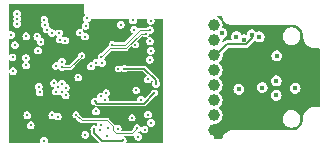
<source format=gbr>
%TF.GenerationSoftware,KiCad,Pcbnew,8.0.7*%
%TF.CreationDate,2025-01-03T20:06:19-08:00*%
%TF.ProjectId,Miniscope-v4-Wire-Free,4d696e69-7363-46f7-9065-2d76342d5769,rev?*%
%TF.SameCoordinates,Original*%
%TF.FileFunction,Copper,L2,Inr*%
%TF.FilePolarity,Positive*%
%FSLAX46Y46*%
G04 Gerber Fmt 4.6, Leading zero omitted, Abs format (unit mm)*
G04 Created by KiCad (PCBNEW 8.0.7) date 2025-01-03 20:06:19*
%MOMM*%
%LPD*%
G01*
G04 APERTURE LIST*
%TA.AperFunction,ComponentPad*%
%ADD10C,1.000000*%
%TD*%
%TA.AperFunction,ViaPad*%
%ADD11C,0.304800*%
%TD*%
%TA.AperFunction,ViaPad*%
%ADD12C,0.400000*%
%TD*%
%TA.AperFunction,ViaPad*%
%ADD13C,0.254000*%
%TD*%
%TA.AperFunction,Conductor*%
%ADD14C,0.304800*%
%TD*%
%TA.AperFunction,Conductor*%
%ADD15C,0.152400*%
%TD*%
%TA.AperFunction,Conductor*%
%ADD16C,0.101600*%
%TD*%
G04 APERTURE END LIST*
D10*
%TO.N,+3V3*%
%TO.C,J21*%
X97000000Y-60055000D03*
%TD*%
%TO.N,/I2C_BB_SCL*%
%TO.C,J22*%
X97000000Y-61325000D03*
%TD*%
%TO.N,/IR_REC*%
%TO.C,J24*%
X97000000Y-63865000D03*
%TD*%
%TO.N,/I_LED*%
%TO.C,J25*%
X97000000Y-65135000D03*
%TD*%
%TO.N,+1V8*%
%TO.C,J26*%
X97000000Y-66405000D03*
%TD*%
%TO.N,/nON*%
%TO.C,J27*%
X97000000Y-67675000D03*
%TD*%
%TO.N,/I2C_BB_SDA*%
%TO.C,J23*%
X97000000Y-62595000D03*
%TD*%
%TO.N,GND*%
%TO.C,J12*%
X97000000Y-68945000D03*
%TD*%
D11*
%TO.N,Net-(U1-FB1)*%
X87808100Y-66367500D03*
%TO.N,Net-(U1-FB2)*%
X90857000Y-66367500D03*
%TO.N,Net-(D2-K)*%
X82191800Y-65254200D03*
%TO.N,Net-(U1-SW1)*%
X87945402Y-69462600D03*
%TO.N,Net-(U1-SW2)*%
X90614100Y-69513400D03*
%TO.N,Net-(U6B-VSW)*%
X91615200Y-61410790D03*
%TO.N,Net-(U1-PROG)*%
X87449600Y-68480000D03*
%TO.N,GND*%
X81051000Y-68497400D03*
X83349700Y-68357700D03*
X85474133Y-59612893D03*
X81114500Y-65779600D03*
X92060200Y-69335600D03*
D12*
X99140000Y-68270000D03*
X102200000Y-63590000D03*
D11*
X83957611Y-64010396D03*
D12*
X103820000Y-63550000D03*
X100980000Y-68300000D03*
D13*
X89850400Y-62299800D03*
D11*
X83210000Y-61537800D03*
D12*
X102210000Y-61070000D03*
X99819400Y-66125600D03*
D11*
X81571700Y-61131400D03*
D13*
X86672400Y-62754000D03*
D11*
X83556203Y-64504598D03*
D13*
X89698000Y-68853000D03*
D11*
X86446800Y-64941400D03*
X83932200Y-66033600D03*
D12*
X99370000Y-62120000D03*
X104410000Y-63580000D03*
D11*
X86131000Y-67544900D03*
X82625800Y-69275800D03*
X85032200Y-68810200D03*
D13*
X85049800Y-62858600D03*
D11*
X82090200Y-63476200D03*
X91615200Y-69707000D03*
X83946500Y-60170600D03*
D13*
X90907800Y-62840800D03*
D11*
X88417000Y-59963000D03*
X83819600Y-69551500D03*
X81889200Y-58464400D03*
X85722400Y-68835600D03*
X81127200Y-62274400D03*
D13*
X89129800Y-60915800D03*
D11*
X89318700Y-67316300D03*
X90282200Y-64535000D03*
X82079700Y-63988900D03*
%TO.N,/SD_DAT2*%
X79844500Y-60890100D03*
%TO.N,/SD_DAT3*%
X80187400Y-61741000D03*
%TO.N,/SD_DAT0*%
X82067000Y-61017100D03*
%TO.N,/SD_CMD*%
X79971500Y-62769700D03*
%TO.N,/SD_CLK*%
X81130607Y-61000993D03*
%TO.N,/SD_DAT1*%
X80352500Y-59937600D03*
D13*
%TO.N,/USB_VBUS*%
X91983500Y-65774900D03*
D11*
X86933200Y-66502800D03*
%TO.N,/SWCLK*%
X86154200Y-60123400D03*
%TO.N,/SWDIO*%
X86116600Y-61029800D03*
%TO.N,+1V8*%
X91676198Y-62223610D03*
D12*
X100860800Y-61045600D03*
D11*
X81508200Y-68522800D03*
X81114500Y-63447200D03*
X82706100Y-60017900D03*
X91676174Y-59683600D03*
X84465600Y-66006475D03*
X84160800Y-63595200D03*
X88021597Y-68785053D03*
X82143200Y-62210900D03*
D13*
X90374400Y-61697800D03*
X85828800Y-62641800D03*
D11*
X91145275Y-68904400D03*
D12*
X102350000Y-62640000D03*
D11*
X85664425Y-60683005D03*
X87920000Y-65805000D03*
D13*
X90374400Y-61697800D03*
D11*
%TO.N,/SPI1_MOSI*%
X83451300Y-64966800D03*
%TO.N,/SPI1_MISO*%
X83787717Y-65298375D03*
%TO.N,/SDMMC1_D0*%
X82884880Y-60430360D03*
%TO.N,/SDMMC1_D1*%
X83982160Y-61273640D03*
X82675813Y-59581213D03*
%TO.N,/SDMMC1_D3*%
X80365202Y-59074000D03*
X84454600Y-61359968D03*
%TO.N,/SDMMC1_CMD*%
X80377900Y-59505800D03*
%TO.N,/SDMMC1_CK*%
X82346400Y-61461600D03*
%TO.N,+3V3*%
X83946500Y-60720600D03*
X81216100Y-67684600D03*
D12*
X99133600Y-65490600D03*
D11*
X80035000Y-63950800D03*
X81114500Y-62833200D03*
X91424700Y-64644610D03*
D13*
X90434600Y-65576400D03*
X90079000Y-67913200D03*
D11*
X83792000Y-67802000D03*
X82259295Y-65741708D03*
X83311500Y-60720600D03*
D12*
X98930400Y-61020200D03*
D11*
X83652687Y-65681699D03*
D13*
X90434600Y-65576400D03*
X90079000Y-67913200D03*
D12*
%TO.N,/EWL_1*%
X102300000Y-65990000D03*
%TO.N,/EWL_2*%
X102299996Y-64770000D03*
D13*
%TO.N,/LED_PWM*%
X87472400Y-62746600D03*
D11*
X91245317Y-60771100D03*
%TO.N,VDC*%
X89307600Y-69800400D03*
X82625800Y-69830900D03*
X87043200Y-67349700D03*
D13*
X86861000Y-68843400D03*
D11*
%TO.N,/ENT*%
X90290855Y-60437692D03*
D13*
X88936000Y-63747600D03*
X88936000Y-63747600D03*
D11*
%TO.N,/VDD_PIX*%
X85546000Y-64489600D03*
X83627400Y-63519002D03*
%TO.N,/VDDA*%
X89129800Y-60025800D03*
%TO.N,/RESET_N*%
X84480000Y-65346075D03*
X86614267Y-63531700D03*
%TO.N,/TRIGGER0*%
X84165513Y-65676275D03*
X87550000Y-63250000D03*
%TO.N,/MONITOR0*%
X83330000Y-67690000D03*
%TO.N,/BAT+*%
X86125873Y-69346527D03*
D12*
%TO.N,/IR_REC*%
X101110000Y-65340000D03*
D11*
%TO.N,/XIN32*%
X91628400Y-60466300D03*
D13*
X88418600Y-61702200D03*
D11*
%TO.N,/XOUT32*%
X90167400Y-59640800D03*
%TO.N,/VDDCORE*%
X91589800Y-62993600D03*
%TO.N,/nRESET*%
X87437400Y-66084400D03*
%TO.N,/CLK1_OUT*%
X84150000Y-63150000D03*
X87058100Y-63224392D03*
%TO.N,/ADC0*%
X90536200Y-68776800D03*
D13*
X85340800Y-67650200D03*
D11*
%TO.N,/PCC_DATA7*%
X84175200Y-65002360D03*
D12*
%TO.N,/I2C_BB_SDA*%
X100238009Y-60867800D03*
%TO.N,/I2C_BB_SCL*%
X99565419Y-61285419D03*
D13*
%TO.N,/I_LED*%
X89443500Y-63730200D03*
D12*
X103900000Y-65410000D03*
D11*
X92123196Y-65025600D03*
%TO.N,/UART_RX*%
X91704600Y-68319600D03*
%TO.N,/UART_TX*%
X91441871Y-67629458D03*
%TO.N,/SD_DET*%
X86281200Y-59488402D03*
D12*
%TO.N,/nON*%
X97700000Y-60740000D03*
D11*
%TO.N,/nCHRG*%
X88872000Y-68810200D03*
X87398800Y-68962600D03*
%TD*%
D14*
%TO.N,GND*%
X99140000Y-68270000D02*
X97957400Y-68259200D01*
D15*
X89318700Y-68473700D02*
X89318700Y-67316300D01*
D14*
X97279010Y-68937590D02*
X97279010Y-68945000D01*
X97957400Y-68259200D02*
X97279010Y-68937590D01*
D15*
X89698000Y-68853000D02*
X89318700Y-68473700D01*
%TO.N,/USB_VBUS*%
X91060699Y-66697701D02*
X87128101Y-66697701D01*
X87128101Y-66697701D02*
X86933200Y-66502800D01*
X91983500Y-65774900D02*
X91060699Y-66697701D01*
D16*
%TO.N,+1V8*%
X84850000Y-63620600D02*
X84186200Y-63620600D01*
X85828800Y-62641800D02*
X84850000Y-63620600D01*
X84186200Y-63620600D02*
X84160800Y-63595200D01*
%TO.N,/LED_PWM*%
X88216000Y-62003000D02*
X87472400Y-62746600D01*
X89595900Y-62003000D02*
X88216000Y-62003000D01*
X90827800Y-60771100D02*
X89595900Y-62003000D01*
X91245317Y-60771100D02*
X90827800Y-60771100D01*
D15*
%TO.N,VDC*%
X89256400Y-69851600D02*
X87525800Y-69851600D01*
X86861000Y-69186800D02*
X86861000Y-68843400D01*
X89307600Y-69800400D02*
X89256400Y-69851600D01*
X87525800Y-69851600D02*
X86861000Y-69186800D01*
D16*
%TO.N,/XIN32*%
X89490300Y-61702200D02*
X88418600Y-61702200D01*
X91628400Y-60466300D02*
X90726200Y-60466300D01*
X90726200Y-60466300D02*
X89490300Y-61702200D01*
%TO.N,/ADC0*%
X88758200Y-69208600D02*
X90104400Y-69208600D01*
X87983000Y-68124400D02*
X88478800Y-68620200D01*
X88478800Y-68929200D02*
X88758200Y-69208600D01*
X90104400Y-69208600D02*
X90536200Y-68776800D01*
X88478800Y-68620200D02*
X88478800Y-68929200D01*
X85815000Y-68124400D02*
X87983000Y-68124400D01*
X85340800Y-67650200D02*
X85815000Y-68124400D01*
D15*
%TO.N,/I2C_BB_SDA*%
X97202810Y-62595000D02*
X98122221Y-61675589D01*
X100238009Y-61172325D02*
X100238009Y-60867800D01*
X99734745Y-61675589D02*
X100238009Y-61172325D01*
X98122221Y-61675589D02*
X99734745Y-61675589D01*
%TO.N,/I_LED*%
X89443500Y-63730200D02*
X91119900Y-63730200D01*
X92123196Y-64733496D02*
X92123196Y-65025600D01*
X91119900Y-63730200D02*
X92123196Y-64733496D01*
%TD*%
%TA.AperFunction,Conductor*%
%TO.N,GND*%
G36*
X85985414Y-58264586D02*
G01*
X86000000Y-58299800D01*
X86000000Y-59000000D01*
X86073996Y-59073996D01*
X86123818Y-59123818D01*
X86138404Y-59159032D01*
X86123818Y-59194246D01*
X86118613Y-59198240D01*
X86118668Y-59198306D01*
X86027070Y-59275166D01*
X85969467Y-59374936D01*
X85969464Y-59374943D01*
X85949460Y-59488398D01*
X85949460Y-59488405D01*
X85969464Y-59601860D01*
X85969467Y-59601867D01*
X86027070Y-59701637D01*
X86027072Y-59701640D01*
X86059932Y-59729212D01*
X86061043Y-59730145D01*
X86078643Y-59763954D01*
X86067181Y-59800305D01*
X86046065Y-59815091D01*
X85988330Y-59836104D01*
X85934045Y-59881655D01*
X85900074Y-59910161D01*
X85900070Y-59910164D01*
X85842467Y-60009934D01*
X85842464Y-60009941D01*
X85822460Y-60123396D01*
X85822460Y-60123403D01*
X85842464Y-60236858D01*
X85842467Y-60236865D01*
X85893401Y-60325084D01*
X85898376Y-60362873D01*
X85875173Y-60393112D01*
X85837384Y-60398087D01*
X85833241Y-60396781D01*
X85722031Y-60356305D01*
X85606819Y-60356305D01*
X85498555Y-60395709D01*
X85448519Y-60437695D01*
X85414426Y-60466303D01*
X85410295Y-60469769D01*
X85352692Y-60569539D01*
X85352689Y-60569546D01*
X85332685Y-60683001D01*
X85332685Y-60683008D01*
X85352689Y-60796463D01*
X85352692Y-60796470D01*
X85405267Y-60887531D01*
X85410297Y-60896243D01*
X85498555Y-60970300D01*
X85606819Y-61009705D01*
X85722030Y-61009705D01*
X85722031Y-61009705D01*
X85722031Y-61009704D01*
X85726324Y-61008948D01*
X85726496Y-61009927D01*
X85760038Y-61011384D01*
X85785796Y-61039479D01*
X85788046Y-61047875D01*
X85804865Y-61143259D01*
X85804867Y-61143265D01*
X85862470Y-61243035D01*
X85862472Y-61243038D01*
X85950730Y-61317095D01*
X86058994Y-61356500D01*
X86174206Y-61356500D01*
X86282470Y-61317095D01*
X86370728Y-61243038D01*
X86428334Y-61143262D01*
X86428859Y-61140287D01*
X86448340Y-61029803D01*
X86448340Y-61029796D01*
X86428335Y-60916341D01*
X86428332Y-60916334D01*
X86370729Y-60816564D01*
X86370728Y-60816562D01*
X86282470Y-60742505D01*
X86282469Y-60742504D01*
X86174206Y-60703100D01*
X86058994Y-60703100D01*
X86058991Y-60703100D01*
X86054703Y-60703856D01*
X86054531Y-60702882D01*
X86020968Y-60701412D01*
X85995222Y-60673307D01*
X85992978Y-60664928D01*
X85976160Y-60569546D01*
X85976157Y-60569539D01*
X85925223Y-60481320D01*
X85920248Y-60443531D01*
X85943451Y-60413292D01*
X85981240Y-60408317D01*
X85985383Y-60409623D01*
X86096594Y-60450100D01*
X86211806Y-60450100D01*
X86320070Y-60410695D01*
X86408328Y-60336638D01*
X86465934Y-60236862D01*
X86465935Y-60236858D01*
X86485940Y-60123403D01*
X86485940Y-60123396D01*
X86468731Y-60025796D01*
X88798060Y-60025796D01*
X88798060Y-60025803D01*
X88818064Y-60139258D01*
X88818067Y-60139265D01*
X88874417Y-60236865D01*
X88875672Y-60239038D01*
X88963930Y-60313095D01*
X89072194Y-60352500D01*
X89187406Y-60352500D01*
X89295670Y-60313095D01*
X89383928Y-60239038D01*
X89441534Y-60139262D01*
X89441535Y-60139258D01*
X89461540Y-60025803D01*
X89461540Y-60025796D01*
X89441535Y-59912341D01*
X89441532Y-59912334D01*
X89385388Y-59815091D01*
X89383928Y-59812562D01*
X89295670Y-59738505D01*
X89295669Y-59738504D01*
X89187406Y-59699100D01*
X89072194Y-59699100D01*
X88963930Y-59738504D01*
X88919606Y-59775697D01*
X88876943Y-59811496D01*
X88875670Y-59812564D01*
X88818067Y-59912334D01*
X88818064Y-59912341D01*
X88798060Y-60025796D01*
X86468731Y-60025796D01*
X86465935Y-60009941D01*
X86465932Y-60009934D01*
X86408329Y-59910163D01*
X86408327Y-59910161D01*
X86374356Y-59881655D01*
X86356756Y-59847847D01*
X86368219Y-59811496D01*
X86389332Y-59796711D01*
X86447070Y-59775697D01*
X86535328Y-59701640D01*
X86592934Y-59601864D01*
X86603639Y-59541151D01*
X86624118Y-59509006D01*
X86652682Y-59500000D01*
X89801137Y-59500000D01*
X89836351Y-59514586D01*
X89850937Y-59549800D01*
X89850180Y-59558447D01*
X89835660Y-59640796D01*
X89835660Y-59640803D01*
X89855664Y-59754258D01*
X89855667Y-59754265D01*
X89911052Y-59850193D01*
X89913272Y-59854038D01*
X90001530Y-59928095D01*
X90109794Y-59967500D01*
X90225006Y-59967500D01*
X90333270Y-59928095D01*
X90421528Y-59854038D01*
X90479134Y-59754262D01*
X90479135Y-59754258D01*
X90499140Y-59640803D01*
X90499140Y-59640796D01*
X90484620Y-59558447D01*
X90492869Y-59521236D01*
X90525016Y-59500757D01*
X90533663Y-59500000D01*
X91318846Y-59500000D01*
X91354060Y-59514586D01*
X91368646Y-59549800D01*
X91365643Y-59566830D01*
X91364439Y-59570136D01*
X91344434Y-59683596D01*
X91344434Y-59683603D01*
X91364438Y-59797058D01*
X91364441Y-59797065D01*
X91397335Y-59854038D01*
X91422046Y-59896838D01*
X91510304Y-59970895D01*
X91618568Y-60010300D01*
X91733780Y-60010300D01*
X91842044Y-59970895D01*
X91930302Y-59896838D01*
X91987908Y-59797062D01*
X91987972Y-59796700D01*
X92007914Y-59683603D01*
X92007914Y-59683596D01*
X91987908Y-59570136D01*
X91986705Y-59566830D01*
X91988369Y-59528752D01*
X92016472Y-59503003D01*
X92033502Y-59500000D01*
X92700200Y-59500000D01*
X92735414Y-59514586D01*
X92750000Y-59549800D01*
X92750000Y-69950200D01*
X92735414Y-69985414D01*
X92700200Y-70000000D01*
X89655859Y-70000000D01*
X89620645Y-69985414D01*
X89606059Y-69950200D01*
X89612731Y-69925300D01*
X89619332Y-69913865D01*
X89619334Y-69913862D01*
X89633962Y-69830903D01*
X89639340Y-69800403D01*
X89639340Y-69800396D01*
X89619335Y-69686941D01*
X89619332Y-69686934D01*
X89573709Y-69607914D01*
X89561728Y-69587162D01*
X89473470Y-69513105D01*
X89473469Y-69513104D01*
X89461909Y-69508897D01*
X89433808Y-69483146D01*
X89432145Y-69445067D01*
X89457896Y-69416966D01*
X89478942Y-69412300D01*
X90144917Y-69412300D01*
X90144919Y-69412300D01*
X90219787Y-69381289D01*
X90219791Y-69381284D01*
X90220158Y-69381040D01*
X90220601Y-69380951D01*
X90224319Y-69379412D01*
X90224625Y-69380151D01*
X90257540Y-69373601D01*
X90289234Y-69394774D01*
X90296872Y-69431092D01*
X90282360Y-69513396D01*
X90282360Y-69513403D01*
X90302364Y-69626858D01*
X90302367Y-69626865D01*
X90354658Y-69717434D01*
X90359972Y-69726638D01*
X90448230Y-69800695D01*
X90556494Y-69840100D01*
X90671706Y-69840100D01*
X90779970Y-69800695D01*
X90868228Y-69726638D01*
X90925834Y-69626862D01*
X90929175Y-69607914D01*
X90945840Y-69513403D01*
X90945840Y-69513396D01*
X90925835Y-69399941D01*
X90925832Y-69399934D01*
X90877704Y-69316575D01*
X90868228Y-69300162D01*
X90779970Y-69226105D01*
X90779969Y-69226104D01*
X90671706Y-69186700D01*
X90647646Y-69186700D01*
X90612432Y-69172114D01*
X90597846Y-69136900D01*
X90612432Y-69101686D01*
X90630614Y-69090103D01*
X90679395Y-69072348D01*
X90702070Y-69064095D01*
X90763153Y-69012839D01*
X90799501Y-69001378D01*
X90833310Y-69018977D01*
X90838290Y-69026089D01*
X90881937Y-69101686D01*
X90891147Y-69117638D01*
X90979405Y-69191695D01*
X91087669Y-69231100D01*
X91202881Y-69231100D01*
X91311145Y-69191695D01*
X91399403Y-69117638D01*
X91457009Y-69017862D01*
X91457010Y-69017858D01*
X91477015Y-68904403D01*
X91477015Y-68904396D01*
X91457010Y-68790941D01*
X91457007Y-68790934D01*
X91418605Y-68724420D01*
X91399403Y-68691162D01*
X91311145Y-68617105D01*
X91311144Y-68617104D01*
X91202881Y-68577700D01*
X91087669Y-68577700D01*
X90979403Y-68617104D01*
X90918321Y-68668358D01*
X90881970Y-68679819D01*
X90848162Y-68662219D01*
X90843183Y-68655109D01*
X90798918Y-68578440D01*
X90790328Y-68563562D01*
X90702070Y-68489505D01*
X90702069Y-68489504D01*
X90593806Y-68450100D01*
X90478594Y-68450100D01*
X90370330Y-68489504D01*
X90303557Y-68545533D01*
X90282627Y-68563097D01*
X90282070Y-68563564D01*
X90224467Y-68663334D01*
X90224464Y-68663341D01*
X90204460Y-68776796D01*
X90204460Y-68776802D01*
X90206503Y-68788388D01*
X90198254Y-68825600D01*
X90192674Y-68832250D01*
X90034611Y-68990314D01*
X89999397Y-69004900D01*
X89223088Y-69004900D01*
X89187874Y-68990314D01*
X89173288Y-68955100D01*
X89179960Y-68930200D01*
X89183732Y-68923665D01*
X89183734Y-68923662D01*
X89187130Y-68904403D01*
X89203740Y-68810203D01*
X89203740Y-68810196D01*
X89183735Y-68696741D01*
X89183732Y-68696734D01*
X89126129Y-68596964D01*
X89126128Y-68596962D01*
X89037870Y-68522905D01*
X89037869Y-68522904D01*
X88929606Y-68483500D01*
X88814394Y-68483500D01*
X88708627Y-68521995D01*
X88670548Y-68520332D01*
X88655669Y-68507568D01*
X88654957Y-68508281D01*
X88591351Y-68444675D01*
X88591344Y-68444669D01*
X88155689Y-68009014D01*
X88155689Y-68009013D01*
X88098387Y-67951711D01*
X88098386Y-67951710D01*
X88023521Y-67920700D01*
X88023519Y-67920700D01*
X85920003Y-67920700D01*
X85901889Y-67913197D01*
X89773052Y-67913197D01*
X89773052Y-67913202D01*
X89791502Y-68017837D01*
X89791504Y-68017843D01*
X89844628Y-68109857D01*
X89844630Y-68109860D01*
X89926026Y-68178159D01*
X90025873Y-68214500D01*
X90132127Y-68214500D01*
X90231974Y-68178159D01*
X90313370Y-68109860D01*
X90366497Y-68017840D01*
X90384948Y-67913200D01*
X90384948Y-67913197D01*
X90366497Y-67808562D01*
X90366497Y-67808560D01*
X90363555Y-67803465D01*
X90313371Y-67716542D01*
X90313370Y-67716540D01*
X90231974Y-67648241D01*
X90231973Y-67648240D01*
X90180358Y-67629454D01*
X91110131Y-67629454D01*
X91110131Y-67629461D01*
X91130135Y-67742916D01*
X91130138Y-67742923D01*
X91187741Y-67842693D01*
X91187743Y-67842696D01*
X91261936Y-67904951D01*
X91276001Y-67916753D01*
X91384265Y-67956158D01*
X91492654Y-67956158D01*
X91527868Y-67970744D01*
X91542454Y-68005958D01*
X91527868Y-68041172D01*
X91524665Y-68044107D01*
X91450470Y-68106364D01*
X91392867Y-68206134D01*
X91392864Y-68206141D01*
X91372860Y-68319596D01*
X91372860Y-68319603D01*
X91392864Y-68433058D01*
X91392867Y-68433065D01*
X91444737Y-68522905D01*
X91450472Y-68532838D01*
X91538730Y-68606895D01*
X91646994Y-68646300D01*
X91762206Y-68646300D01*
X91870470Y-68606895D01*
X91958728Y-68532838D01*
X92016334Y-68433062D01*
X92024674Y-68385763D01*
X92036340Y-68319603D01*
X92036340Y-68319596D01*
X92016335Y-68206141D01*
X92016332Y-68206134D01*
X91971625Y-68128700D01*
X91958728Y-68106362D01*
X91870470Y-68032305D01*
X91870469Y-68032304D01*
X91762206Y-67992900D01*
X91653817Y-67992900D01*
X91618603Y-67978314D01*
X91604017Y-67943100D01*
X91618603Y-67907886D01*
X91621806Y-67904951D01*
X91695999Y-67842696D01*
X91753605Y-67742920D01*
X91758256Y-67716542D01*
X91773611Y-67629461D01*
X91773611Y-67629454D01*
X91753606Y-67515999D01*
X91753603Y-67515992D01*
X91696000Y-67416222D01*
X91695999Y-67416220D01*
X91607741Y-67342163D01*
X91607740Y-67342162D01*
X91499477Y-67302758D01*
X91384265Y-67302758D01*
X91276001Y-67342162D01*
X91187741Y-67416222D01*
X91130138Y-67515992D01*
X91130135Y-67515999D01*
X91110131Y-67629454D01*
X90180358Y-67629454D01*
X90132127Y-67611900D01*
X90025873Y-67611900D01*
X89926026Y-67648240D01*
X89844628Y-67716542D01*
X89791504Y-67808556D01*
X89791502Y-67808562D01*
X89773052Y-67913197D01*
X85901889Y-67913197D01*
X85884789Y-67906114D01*
X85661334Y-67682659D01*
X85649519Y-67654136D01*
X85647505Y-67654492D01*
X85633759Y-67576538D01*
X85628297Y-67545560D01*
X85611228Y-67515996D01*
X85587733Y-67475300D01*
X85575170Y-67453540D01*
X85493774Y-67385241D01*
X85493773Y-67385240D01*
X85396114Y-67349696D01*
X86711460Y-67349696D01*
X86711460Y-67349703D01*
X86731464Y-67463158D01*
X86731467Y-67463165D01*
X86779040Y-67545562D01*
X86789072Y-67562938D01*
X86877330Y-67636995D01*
X86985594Y-67676400D01*
X87100806Y-67676400D01*
X87209070Y-67636995D01*
X87297328Y-67562938D01*
X87354934Y-67463162D01*
X87354935Y-67463158D01*
X87374940Y-67349703D01*
X87374940Y-67349696D01*
X87354935Y-67236241D01*
X87354932Y-67236234D01*
X87297329Y-67136464D01*
X87297328Y-67136462D01*
X87209070Y-67062405D01*
X87209069Y-67062404D01*
X87101899Y-67023398D01*
X87090096Y-67012583D01*
X87083470Y-67019210D01*
X87064413Y-67023000D01*
X86985594Y-67023000D01*
X86877330Y-67062404D01*
X86789070Y-67136464D01*
X86731467Y-67236234D01*
X86731464Y-67236241D01*
X86711460Y-67349696D01*
X85396114Y-67349696D01*
X85393927Y-67348900D01*
X85287673Y-67348900D01*
X85187826Y-67385240D01*
X85106428Y-67453542D01*
X85053304Y-67545556D01*
X85053302Y-67545562D01*
X85034852Y-67650197D01*
X85034852Y-67650202D01*
X85053302Y-67754837D01*
X85053304Y-67754843D01*
X85104024Y-67842693D01*
X85106430Y-67846860D01*
X85187826Y-67915159D01*
X85287673Y-67951500D01*
X85333397Y-67951500D01*
X85368611Y-67966086D01*
X85639469Y-68236944D01*
X85639472Y-68236948D01*
X85699613Y-68297089D01*
X85774478Y-68328099D01*
X85774479Y-68328099D01*
X85774481Y-68328100D01*
X85855519Y-68328100D01*
X87085294Y-68328100D01*
X87120508Y-68342686D01*
X87135094Y-68377900D01*
X87134337Y-68386547D01*
X87117860Y-68479996D01*
X87117860Y-68480003D01*
X87132511Y-68563097D01*
X87124262Y-68600308D01*
X87092115Y-68620787D01*
X87054904Y-68612538D01*
X87051457Y-68609893D01*
X87013973Y-68578440D01*
X86914127Y-68542100D01*
X86807873Y-68542100D01*
X86708026Y-68578440D01*
X86661949Y-68617104D01*
X86627155Y-68646300D01*
X86626628Y-68646742D01*
X86573504Y-68738756D01*
X86573502Y-68738762D01*
X86555052Y-68843397D01*
X86555052Y-68843402D01*
X86573502Y-68948037D01*
X86573504Y-68948043D01*
X86625228Y-69037632D01*
X86631900Y-69062532D01*
X86631900Y-69232371D01*
X86632188Y-69233065D01*
X86635266Y-69240496D01*
X86635266Y-69240498D01*
X86666777Y-69316574D01*
X87265189Y-69914986D01*
X87279775Y-69950200D01*
X87265189Y-69985414D01*
X87229975Y-70000000D01*
X82987073Y-70000000D01*
X82951859Y-69985414D01*
X82937273Y-69950200D01*
X82938030Y-69941553D01*
X82957540Y-69830903D01*
X82957540Y-69830896D01*
X82937535Y-69717441D01*
X82937532Y-69717434D01*
X82879929Y-69617664D01*
X82879928Y-69617662D01*
X82791670Y-69543605D01*
X82791669Y-69543604D01*
X82683406Y-69504200D01*
X82568194Y-69504200D01*
X82459930Y-69543604D01*
X82371670Y-69617664D01*
X82314067Y-69717434D01*
X82314064Y-69717441D01*
X82294060Y-69830896D01*
X82294060Y-69830903D01*
X82313570Y-69941553D01*
X82305321Y-69978764D01*
X82273174Y-69999243D01*
X82264527Y-70000000D01*
X79699800Y-70000000D01*
X79664586Y-69985414D01*
X79650000Y-69950200D01*
X79650000Y-69346523D01*
X85794133Y-69346523D01*
X85794133Y-69346530D01*
X85814137Y-69459985D01*
X85814140Y-69459992D01*
X85854476Y-69529855D01*
X85871745Y-69559765D01*
X85960003Y-69633822D01*
X86068267Y-69673227D01*
X86183479Y-69673227D01*
X86291743Y-69633822D01*
X86380001Y-69559765D01*
X86437607Y-69459989D01*
X86440238Y-69445067D01*
X86457613Y-69346530D01*
X86457613Y-69346523D01*
X86437608Y-69233068D01*
X86437605Y-69233061D01*
X86380002Y-69133291D01*
X86380001Y-69133289D01*
X86291743Y-69059232D01*
X86291742Y-69059231D01*
X86183479Y-69019827D01*
X86068267Y-69019827D01*
X85960003Y-69059231D01*
X85871743Y-69133291D01*
X85814140Y-69233061D01*
X85814137Y-69233068D01*
X85794133Y-69346523D01*
X79650000Y-69346523D01*
X79650000Y-68522796D01*
X81176460Y-68522796D01*
X81176460Y-68522803D01*
X81196464Y-68636258D01*
X81196467Y-68636265D01*
X81233257Y-68699986D01*
X81254072Y-68736038D01*
X81342330Y-68810095D01*
X81450594Y-68849500D01*
X81565806Y-68849500D01*
X81674070Y-68810095D01*
X81762328Y-68736038D01*
X81819934Y-68636262D01*
X81824117Y-68612538D01*
X81839940Y-68522803D01*
X81839940Y-68522796D01*
X81819935Y-68409341D01*
X81819932Y-68409334D01*
X81762329Y-68309564D01*
X81762328Y-68309562D01*
X81674070Y-68235505D01*
X81674069Y-68235504D01*
X81565806Y-68196100D01*
X81450594Y-68196100D01*
X81342330Y-68235504D01*
X81254070Y-68309564D01*
X81196467Y-68409334D01*
X81196464Y-68409341D01*
X81176460Y-68522796D01*
X79650000Y-68522796D01*
X79650000Y-67684596D01*
X80884360Y-67684596D01*
X80884360Y-67684603D01*
X80904364Y-67798058D01*
X80904367Y-67798065D01*
X80961970Y-67897835D01*
X80961972Y-67897838D01*
X81050230Y-67971895D01*
X81158494Y-68011300D01*
X81273706Y-68011300D01*
X81381970Y-67971895D01*
X81470228Y-67897838D01*
X81527834Y-67798062D01*
X81535456Y-67754837D01*
X81546889Y-67689996D01*
X82998260Y-67689996D01*
X82998260Y-67690003D01*
X83018264Y-67803458D01*
X83018267Y-67803465D01*
X83072754Y-67897838D01*
X83075872Y-67903238D01*
X83164130Y-67977295D01*
X83272394Y-68016700D01*
X83387605Y-68016700D01*
X83387606Y-68016700D01*
X83473211Y-67985542D01*
X83511287Y-67987205D01*
X83533369Y-68007439D01*
X83534278Y-68009014D01*
X83537872Y-68015238D01*
X83626130Y-68089295D01*
X83734394Y-68128700D01*
X83849606Y-68128700D01*
X83957870Y-68089295D01*
X84046128Y-68015238D01*
X84103734Y-67915462D01*
X84103735Y-67915458D01*
X84123740Y-67802003D01*
X84123740Y-67801996D01*
X84103735Y-67688541D01*
X84103732Y-67688534D01*
X84046129Y-67588764D01*
X84046128Y-67588762D01*
X83957870Y-67514705D01*
X83957869Y-67514704D01*
X83849606Y-67475300D01*
X83734394Y-67475300D01*
X83648790Y-67506457D01*
X83610711Y-67504794D01*
X83588630Y-67484560D01*
X83584128Y-67476762D01*
X83495870Y-67402705D01*
X83495869Y-67402704D01*
X83387606Y-67363300D01*
X83272394Y-67363300D01*
X83164130Y-67402704D01*
X83103547Y-67453540D01*
X83077615Y-67475300D01*
X83075870Y-67476764D01*
X83018267Y-67576534D01*
X83018264Y-67576541D01*
X82998260Y-67689996D01*
X81546889Y-67689996D01*
X81547840Y-67684603D01*
X81547840Y-67684596D01*
X81527835Y-67571141D01*
X81527832Y-67571134D01*
X81473346Y-67476762D01*
X81470228Y-67471362D01*
X81392712Y-67406319D01*
X81381969Y-67397304D01*
X81273706Y-67357900D01*
X81158494Y-67357900D01*
X81050230Y-67397304D01*
X80983457Y-67453333D01*
X80971745Y-67463162D01*
X80961970Y-67471364D01*
X80904367Y-67571134D01*
X80904364Y-67571141D01*
X80884360Y-67684596D01*
X79650000Y-67684596D01*
X79650000Y-66502796D01*
X86601460Y-66502796D01*
X86601460Y-66502803D01*
X86621464Y-66616258D01*
X86621467Y-66616265D01*
X86679070Y-66716035D01*
X86679072Y-66716038D01*
X86767330Y-66790095D01*
X86875594Y-66829500D01*
X86915276Y-66829500D01*
X86950490Y-66844086D01*
X86998327Y-66891923D01*
X87047652Y-66912353D01*
X87047653Y-66912354D01*
X87083471Y-66927191D01*
X87093036Y-66936756D01*
X87097884Y-66931467D01*
X87118931Y-66926801D01*
X91106270Y-66926801D01*
X91121821Y-66920358D01*
X91130931Y-66916586D01*
X91130932Y-66916586D01*
X91173034Y-66899146D01*
X91190474Y-66891923D01*
X91991610Y-66090785D01*
X92026824Y-66076200D01*
X92036627Y-66076200D01*
X92136474Y-66039859D01*
X92217870Y-65971560D01*
X92270997Y-65879540D01*
X92285875Y-65795164D01*
X92289448Y-65774902D01*
X92289448Y-65774897D01*
X92278377Y-65712116D01*
X92270997Y-65670260D01*
X92250957Y-65635550D01*
X92217871Y-65578242D01*
X92217870Y-65578240D01*
X92136474Y-65509941D01*
X92136473Y-65509940D01*
X92036627Y-65473600D01*
X91930373Y-65473600D01*
X91830526Y-65509940D01*
X91771690Y-65559310D01*
X91751321Y-65576402D01*
X91749128Y-65578242D01*
X91696003Y-65670258D01*
X91696002Y-65670261D01*
X91684141Y-65737524D01*
X91670312Y-65764090D01*
X91218882Y-66215519D01*
X91183668Y-66230105D01*
X91148454Y-66215519D01*
X91140540Y-66205205D01*
X91137422Y-66199804D01*
X91111128Y-66154262D01*
X91033612Y-66089219D01*
X91022869Y-66080204D01*
X90914606Y-66040800D01*
X90799394Y-66040800D01*
X90691130Y-66080204D01*
X90602870Y-66154264D01*
X90545267Y-66254034D01*
X90545264Y-66254041D01*
X90525260Y-66367496D01*
X90525260Y-66367497D01*
X90525260Y-66367498D01*
X90525260Y-66367500D01*
X90529111Y-66389341D01*
X90532781Y-66410154D01*
X90524530Y-66447366D01*
X90492384Y-66467845D01*
X90483737Y-66468601D01*
X88181363Y-66468601D01*
X88146149Y-66454015D01*
X88131563Y-66418801D01*
X88132319Y-66410154D01*
X88135989Y-66389341D01*
X88139840Y-66367500D01*
X88139839Y-66367498D01*
X88139840Y-66367497D01*
X88139840Y-66367496D01*
X88119835Y-66254041D01*
X88119832Y-66254034D01*
X88066206Y-66161152D01*
X88061231Y-66123363D01*
X88082735Y-66095338D01*
X88082532Y-66095096D01*
X88083623Y-66094179D01*
X88084434Y-66093124D01*
X88084437Y-66093122D01*
X88085868Y-66092295D01*
X88085870Y-66092295D01*
X88174128Y-66018238D01*
X88231734Y-65918462D01*
X88231735Y-65918458D01*
X88251740Y-65805003D01*
X88251740Y-65804996D01*
X88231735Y-65691541D01*
X88231732Y-65691534D01*
X88174129Y-65591764D01*
X88174128Y-65591762D01*
X88155817Y-65576397D01*
X90128652Y-65576397D01*
X90128652Y-65576402D01*
X90147102Y-65681037D01*
X90147104Y-65681043D01*
X90199703Y-65772148D01*
X90200230Y-65773060D01*
X90281626Y-65841359D01*
X90381473Y-65877700D01*
X90487727Y-65877700D01*
X90587574Y-65841359D01*
X90668970Y-65773060D01*
X90722097Y-65681040D01*
X90737839Y-65591762D01*
X90740548Y-65576402D01*
X90740548Y-65576397D01*
X90722097Y-65471762D01*
X90722097Y-65471760D01*
X90720192Y-65468461D01*
X90668971Y-65379742D01*
X90668970Y-65379740D01*
X90587574Y-65311441D01*
X90587573Y-65311440D01*
X90487727Y-65275100D01*
X90381473Y-65275100D01*
X90281626Y-65311440D01*
X90240347Y-65346078D01*
X90204385Y-65376254D01*
X90200228Y-65379742D01*
X90147104Y-65471756D01*
X90147102Y-65471762D01*
X90128652Y-65576397D01*
X88155817Y-65576397D01*
X88085870Y-65517705D01*
X88085869Y-65517704D01*
X87977606Y-65478300D01*
X87862394Y-65478300D01*
X87754130Y-65517704D01*
X87665870Y-65591764D01*
X87608266Y-65691537D01*
X87608264Y-65691542D01*
X87600778Y-65733999D01*
X87580299Y-65766145D01*
X87543087Y-65774394D01*
X87534703Y-65772148D01*
X87495006Y-65757700D01*
X87379794Y-65757700D01*
X87271530Y-65797104D01*
X87183270Y-65871164D01*
X87125667Y-65970934D01*
X87125664Y-65970941D01*
X87105660Y-66084396D01*
X87105660Y-66084397D01*
X87105660Y-66084398D01*
X87105660Y-66084400D01*
X87111926Y-66119937D01*
X87115836Y-66142113D01*
X87107585Y-66179325D01*
X87075439Y-66199804D01*
X87049760Y-66197557D01*
X86990806Y-66176100D01*
X86875594Y-66176100D01*
X86767330Y-66215504D01*
X86679070Y-66289564D01*
X86621467Y-66389334D01*
X86621464Y-66389341D01*
X86601460Y-66502796D01*
X79650000Y-66502796D01*
X79650000Y-65254196D01*
X81860060Y-65254196D01*
X81860060Y-65254203D01*
X81880064Y-65367658D01*
X81880067Y-65367665D01*
X81937670Y-65467436D01*
X81937672Y-65467438D01*
X81940291Y-65469636D01*
X81974866Y-65498647D01*
X81992465Y-65532455D01*
X81985983Y-65561696D01*
X81947562Y-65628242D01*
X81947559Y-65628249D01*
X81927555Y-65741704D01*
X81927555Y-65741711D01*
X81947559Y-65855166D01*
X81947562Y-65855173D01*
X82005165Y-65954943D01*
X82005167Y-65954946D01*
X82093425Y-66029003D01*
X82201689Y-66068408D01*
X82316901Y-66068408D01*
X82425165Y-66029003D01*
X82513423Y-65954946D01*
X82571029Y-65855170D01*
X82571030Y-65855166D01*
X82591035Y-65741711D01*
X82591035Y-65741704D01*
X82571030Y-65628249D01*
X82571027Y-65628242D01*
X82513424Y-65528471D01*
X82513422Y-65528469D01*
X82476228Y-65497260D01*
X82458629Y-65463452D01*
X82465110Y-65434213D01*
X82503534Y-65367662D01*
X82507340Y-65346078D01*
X82523540Y-65254203D01*
X82523540Y-65254196D01*
X82503535Y-65140741D01*
X82503532Y-65140734D01*
X82445929Y-65040964D01*
X82445928Y-65040962D01*
X82357670Y-64966905D01*
X82357669Y-64966904D01*
X82357372Y-64966796D01*
X83119560Y-64966796D01*
X83119560Y-64966803D01*
X83139564Y-65080258D01*
X83139567Y-65080265D01*
X83197170Y-65180035D01*
X83197172Y-65180038D01*
X83285430Y-65254095D01*
X83393694Y-65293500D01*
X83413330Y-65293500D01*
X83448544Y-65308086D01*
X83462373Y-65334651D01*
X83469709Y-65376254D01*
X83461459Y-65413465D01*
X83452676Y-65423050D01*
X83398558Y-65468461D01*
X83398558Y-65468462D01*
X83340954Y-65568233D01*
X83340951Y-65568240D01*
X83320947Y-65681695D01*
X83320947Y-65681702D01*
X83340951Y-65795157D01*
X83340954Y-65795164D01*
X83389669Y-65879540D01*
X83398559Y-65894937D01*
X83486817Y-65968994D01*
X83595081Y-66008399D01*
X83710293Y-66008399D01*
X83818557Y-65968994D01*
X83880322Y-65917166D01*
X83916672Y-65905705D01*
X83944340Y-65917166D01*
X83999643Y-65963570D01*
X84107907Y-66002975D01*
X84107909Y-66002975D01*
X84107961Y-66002994D01*
X84136063Y-66028744D01*
X84139972Y-66041143D01*
X84153865Y-66119934D01*
X84153867Y-66119940D01*
X84211470Y-66219710D01*
X84211472Y-66219713D01*
X84299730Y-66293770D01*
X84407994Y-66333175D01*
X84523206Y-66333175D01*
X84631470Y-66293770D01*
X84719728Y-66219713D01*
X84777334Y-66119937D01*
X84777335Y-66119933D01*
X84797340Y-66006478D01*
X84797340Y-66006471D01*
X84777335Y-65893016D01*
X84777332Y-65893009D01*
X84721961Y-65797105D01*
X84719728Y-65793237D01*
X84663709Y-65746232D01*
X84630577Y-65718430D01*
X84612977Y-65684621D01*
X84624439Y-65648270D01*
X84642243Y-65635805D01*
X84642096Y-65635550D01*
X84645017Y-65633862D01*
X84645562Y-65633482D01*
X84645870Y-65633370D01*
X84734128Y-65559313D01*
X84791734Y-65459537D01*
X84799858Y-65413465D01*
X84811740Y-65346078D01*
X84811740Y-65346071D01*
X84791735Y-65232616D01*
X84791732Y-65232609D01*
X84734129Y-65132839D01*
X84734128Y-65132837D01*
X84645870Y-65058780D01*
X84645869Y-65058779D01*
X84554698Y-65025596D01*
X84537606Y-65019375D01*
X84537605Y-65019375D01*
X84535061Y-65018449D01*
X84506959Y-64992699D01*
X84503051Y-64980307D01*
X84486934Y-64888898D01*
X84469005Y-64857845D01*
X84429329Y-64789124D01*
X84429328Y-64789122D01*
X84341070Y-64715065D01*
X84341069Y-64715064D01*
X84232806Y-64675660D01*
X84117594Y-64675660D01*
X84009330Y-64715064D01*
X83921070Y-64789124D01*
X83891841Y-64839751D01*
X83863469Y-64888894D01*
X83861288Y-64892671D01*
X83860321Y-64892112D01*
X83837833Y-64916637D01*
X83799753Y-64918285D01*
X83771661Y-64892525D01*
X83767761Y-64880148D01*
X83763034Y-64853338D01*
X83705428Y-64753562D01*
X83617170Y-64679505D01*
X83617169Y-64679504D01*
X83508906Y-64640100D01*
X83393694Y-64640100D01*
X83285430Y-64679504D01*
X83197170Y-64753564D01*
X83139567Y-64853334D01*
X83139564Y-64853341D01*
X83119560Y-64966796D01*
X82357372Y-64966796D01*
X82249406Y-64927500D01*
X82134194Y-64927500D01*
X82025930Y-64966904D01*
X81937670Y-65040964D01*
X81880067Y-65140734D01*
X81880064Y-65140741D01*
X81860060Y-65254196D01*
X79650000Y-65254196D01*
X79650000Y-64489596D01*
X85214260Y-64489596D01*
X85214260Y-64489603D01*
X85234264Y-64603058D01*
X85234267Y-64603065D01*
X85291870Y-64702835D01*
X85291872Y-64702838D01*
X85380130Y-64776895D01*
X85488394Y-64816300D01*
X85603606Y-64816300D01*
X85711870Y-64776895D01*
X85800128Y-64702838D01*
X85857734Y-64603062D01*
X85870414Y-64531151D01*
X85877740Y-64489603D01*
X85877740Y-64489596D01*
X85857735Y-64376141D01*
X85857732Y-64376134D01*
X85800129Y-64276364D01*
X85800128Y-64276362D01*
X85711870Y-64202305D01*
X85711869Y-64202304D01*
X85603606Y-64162900D01*
X85488394Y-64162900D01*
X85380130Y-64202304D01*
X85291870Y-64276364D01*
X85234267Y-64376134D01*
X85234264Y-64376141D01*
X85214260Y-64489596D01*
X79650000Y-64489596D01*
X79650000Y-64123218D01*
X79664586Y-64088004D01*
X79699800Y-64073418D01*
X79735014Y-64088004D01*
X79742928Y-64098318D01*
X79780872Y-64164038D01*
X79869130Y-64238095D01*
X79977394Y-64277500D01*
X80092606Y-64277500D01*
X80200870Y-64238095D01*
X80289128Y-64164038D01*
X80346734Y-64064262D01*
X80352511Y-64031500D01*
X80366740Y-63950803D01*
X80366740Y-63950796D01*
X80346735Y-63837341D01*
X80346732Y-63837334D01*
X80294922Y-63747597D01*
X80289128Y-63737562D01*
X80200870Y-63663505D01*
X80200869Y-63663504D01*
X80092606Y-63624100D01*
X79977394Y-63624100D01*
X79869130Y-63663504D01*
X79802357Y-63719533D01*
X79782752Y-63735985D01*
X79780870Y-63737564D01*
X79742928Y-63803281D01*
X79712689Y-63826484D01*
X79674900Y-63821509D01*
X79651697Y-63791270D01*
X79650000Y-63778381D01*
X79650000Y-63033201D01*
X79664586Y-62997987D01*
X79699800Y-62983401D01*
X79731807Y-62995050D01*
X79805630Y-63056995D01*
X79913894Y-63096400D01*
X80029106Y-63096400D01*
X80137370Y-63056995D01*
X80225628Y-62982938D01*
X80283234Y-62883162D01*
X80283767Y-62880141D01*
X80292045Y-62833196D01*
X80782760Y-62833196D01*
X80782760Y-62833203D01*
X80802764Y-62946658D01*
X80802767Y-62946665D01*
X80860370Y-63046435D01*
X80860372Y-63046438D01*
X80918495Y-63095209D01*
X80926649Y-63102051D01*
X80944249Y-63135860D01*
X80932787Y-63172211D01*
X80926649Y-63178349D01*
X80863060Y-63231707D01*
X80860370Y-63233964D01*
X80802767Y-63333734D01*
X80802764Y-63333741D01*
X80782760Y-63447196D01*
X80782760Y-63447203D01*
X80802764Y-63560658D01*
X80802767Y-63560665D01*
X80850281Y-63642960D01*
X80860372Y-63660438D01*
X80948630Y-63734495D01*
X81056894Y-63773900D01*
X81172106Y-63773900D01*
X81280370Y-63734495D01*
X81368628Y-63660438D01*
X81426234Y-63560662D01*
X81426776Y-63557589D01*
X81433581Y-63518998D01*
X83295660Y-63518998D01*
X83295660Y-63519005D01*
X83315664Y-63632460D01*
X83315667Y-63632467D01*
X83373270Y-63732237D01*
X83373272Y-63732240D01*
X83461530Y-63806297D01*
X83569794Y-63845702D01*
X83685005Y-63845702D01*
X83685006Y-63845702D01*
X83793270Y-63806297D01*
X83823366Y-63781042D01*
X83859716Y-63769581D01*
X83893525Y-63787181D01*
X83898504Y-63794291D01*
X83906672Y-63808438D01*
X83994930Y-63882495D01*
X84103194Y-63921900D01*
X84218406Y-63921900D01*
X84326670Y-63882495D01*
X84382139Y-63835951D01*
X84414150Y-63824300D01*
X84890517Y-63824300D01*
X84890519Y-63824300D01*
X84965387Y-63793289D01*
X85022689Y-63735987D01*
X85022689Y-63735985D01*
X85226979Y-63531696D01*
X86282527Y-63531696D01*
X86282527Y-63531703D01*
X86302531Y-63645158D01*
X86302534Y-63645165D01*
X86358959Y-63742894D01*
X86360139Y-63744938D01*
X86448397Y-63818995D01*
X86556661Y-63858400D01*
X86671873Y-63858400D01*
X86780137Y-63818995D01*
X86865226Y-63747597D01*
X88630052Y-63747597D01*
X88630052Y-63747602D01*
X88648502Y-63852237D01*
X88648504Y-63852243D01*
X88691584Y-63926860D01*
X88701630Y-63944260D01*
X88783026Y-64012559D01*
X88882873Y-64048900D01*
X88989127Y-64048900D01*
X89088974Y-64012559D01*
X89168108Y-63946157D01*
X89204458Y-63934696D01*
X89232128Y-63946157D01*
X89290526Y-63995159D01*
X89390373Y-64031500D01*
X89496627Y-64031500D01*
X89596474Y-63995159D01*
X89625324Y-63970951D01*
X89657335Y-63959300D01*
X91004375Y-63959300D01*
X91039589Y-63973886D01*
X91323929Y-64258226D01*
X91338515Y-64293440D01*
X91323929Y-64328654D01*
X91305749Y-64340236D01*
X91258831Y-64357313D01*
X91170570Y-64431374D01*
X91112967Y-64531144D01*
X91112964Y-64531151D01*
X91092960Y-64644606D01*
X91092960Y-64644613D01*
X91112964Y-64758068D01*
X91112967Y-64758075D01*
X91167966Y-64853334D01*
X91170572Y-64857848D01*
X91258830Y-64931905D01*
X91367094Y-64971310D01*
X91482306Y-64971310D01*
X91590570Y-64931905D01*
X91678828Y-64857848D01*
X91735953Y-64758904D01*
X91766192Y-64735702D01*
X91803981Y-64740677D01*
X91814295Y-64748592D01*
X91845340Y-64779638D01*
X91859926Y-64814852D01*
X91853254Y-64839751D01*
X91811463Y-64912134D01*
X91811460Y-64912141D01*
X91791456Y-65025596D01*
X91791456Y-65025603D01*
X91811460Y-65139058D01*
X91811463Y-65139065D01*
X91869066Y-65238835D01*
X91869068Y-65238838D01*
X91957326Y-65312895D01*
X92065590Y-65352300D01*
X92180802Y-65352300D01*
X92289066Y-65312895D01*
X92377324Y-65238838D01*
X92434930Y-65139062D01*
X92434931Y-65139058D01*
X92454936Y-65025603D01*
X92454936Y-65025596D01*
X92434931Y-64912141D01*
X92434928Y-64912134D01*
X92377325Y-64812363D01*
X92370084Y-64806287D01*
X92352485Y-64772477D01*
X92352296Y-64768139D01*
X92352296Y-64687926D01*
X92352296Y-64687925D01*
X92332486Y-64640100D01*
X92317418Y-64603722D01*
X92317417Y-64603721D01*
X92317418Y-64603721D01*
X91249674Y-63535977D01*
X91190133Y-63511315D01*
X91165473Y-63501100D01*
X91165471Y-63501100D01*
X89657335Y-63501100D01*
X89625324Y-63489449D01*
X89596473Y-63465240D01*
X89496627Y-63428900D01*
X89390373Y-63428900D01*
X89290524Y-63465240D01*
X89211391Y-63531641D01*
X89175040Y-63543102D01*
X89147370Y-63531641D01*
X89132307Y-63519002D01*
X89088974Y-63482641D01*
X89088973Y-63482640D01*
X88989127Y-63446300D01*
X88882873Y-63446300D01*
X88783026Y-63482640D01*
X88725120Y-63531230D01*
X88701750Y-63550840D01*
X88701628Y-63550942D01*
X88648504Y-63642956D01*
X88648502Y-63642962D01*
X88630052Y-63747597D01*
X86865226Y-63747597D01*
X86868395Y-63744938D01*
X86926001Y-63645162D01*
X86935774Y-63589732D01*
X86956252Y-63557589D01*
X86993464Y-63549338D01*
X86999067Y-63550840D01*
X87000493Y-63551091D01*
X87000494Y-63551092D01*
X87000495Y-63551092D01*
X87115706Y-63551092D01*
X87223971Y-63511687D01*
X87256779Y-63484157D01*
X87293129Y-63472694D01*
X87320801Y-63484156D01*
X87384130Y-63537295D01*
X87492394Y-63576700D01*
X87607606Y-63576700D01*
X87715870Y-63537295D01*
X87804128Y-63463238D01*
X87861734Y-63363462D01*
X87861735Y-63363458D01*
X87881740Y-63250003D01*
X87881740Y-63249996D01*
X87861735Y-63136541D01*
X87861732Y-63136534D01*
X87804129Y-63036764D01*
X87804128Y-63036762D01*
X87752684Y-62993596D01*
X91258060Y-62993596D01*
X91258060Y-62993603D01*
X91278064Y-63107058D01*
X91278067Y-63107065D01*
X91334611Y-63205000D01*
X91335672Y-63206838D01*
X91423930Y-63280895D01*
X91532194Y-63320300D01*
X91647406Y-63320300D01*
X91755670Y-63280895D01*
X91843928Y-63206838D01*
X91901534Y-63107062D01*
X91910362Y-63056995D01*
X91921540Y-62993603D01*
X91921540Y-62993596D01*
X91901535Y-62880141D01*
X91901532Y-62880134D01*
X91843929Y-62780364D01*
X91843928Y-62780362D01*
X91755670Y-62706305D01*
X91755669Y-62706304D01*
X91647406Y-62666900D01*
X91532194Y-62666900D01*
X91423930Y-62706304D01*
X91335670Y-62780364D01*
X91278067Y-62880134D01*
X91278064Y-62880141D01*
X91258060Y-62993596D01*
X87752684Y-62993596D01*
X87734186Y-62978074D01*
X87716587Y-62944266D01*
X87723069Y-62915027D01*
X87759897Y-62851240D01*
X87778348Y-62746600D01*
X87779105Y-62742308D01*
X87781119Y-62742663D01*
X87792934Y-62714140D01*
X88283470Y-62223606D01*
X91344458Y-62223606D01*
X91344458Y-62223613D01*
X91364462Y-62337068D01*
X91364465Y-62337075D01*
X91422068Y-62436845D01*
X91422070Y-62436848D01*
X91510328Y-62510905D01*
X91618592Y-62550310D01*
X91733804Y-62550310D01*
X91842068Y-62510905D01*
X91930326Y-62436848D01*
X91987932Y-62337072D01*
X91990174Y-62324358D01*
X92007938Y-62223613D01*
X92007938Y-62223606D01*
X91987933Y-62110151D01*
X91987930Y-62110144D01*
X91930327Y-62010374D01*
X91930326Y-62010372D01*
X91842068Y-61936315D01*
X91842067Y-61936314D01*
X91733804Y-61896910D01*
X91618592Y-61896910D01*
X91510328Y-61936314D01*
X91478813Y-61962759D01*
X91435504Y-61999100D01*
X91422068Y-62010374D01*
X91364465Y-62110144D01*
X91364462Y-62110151D01*
X91344458Y-62223606D01*
X88283470Y-62223606D01*
X88285790Y-62221286D01*
X88321004Y-62206700D01*
X89636417Y-62206700D01*
X89636419Y-62206700D01*
X89711287Y-62175689D01*
X89768589Y-62118387D01*
X89768589Y-62118385D01*
X90040144Y-61846829D01*
X90075357Y-61832244D01*
X90110571Y-61846830D01*
X90118485Y-61857144D01*
X90134106Y-61884200D01*
X90140030Y-61894460D01*
X90221426Y-61962759D01*
X90321273Y-61999100D01*
X90427527Y-61999100D01*
X90527374Y-61962759D01*
X90608770Y-61894460D01*
X90661897Y-61802440D01*
X90680348Y-61697800D01*
X90680348Y-61697797D01*
X90661897Y-61593162D01*
X90661897Y-61593160D01*
X90608770Y-61501140D01*
X90529182Y-61434358D01*
X90511582Y-61400549D01*
X90523044Y-61364198D01*
X90525979Y-61360995D01*
X90695676Y-61191299D01*
X90897589Y-60989386D01*
X90932803Y-60974800D01*
X90961696Y-60974800D01*
X90993707Y-60986451D01*
X91030237Y-61017103D01*
X91079447Y-61058395D01*
X91187711Y-61097800D01*
X91302922Y-61097800D01*
X91302923Y-61097800D01*
X91350168Y-61080604D01*
X91388245Y-61082267D01*
X91413996Y-61110368D01*
X91412333Y-61148447D01*
X91399211Y-61165549D01*
X91361070Y-61197553D01*
X91303467Y-61297324D01*
X91303464Y-61297331D01*
X91283460Y-61410786D01*
X91283460Y-61410793D01*
X91303464Y-61524248D01*
X91303467Y-61524255D01*
X91361070Y-61624025D01*
X91361072Y-61624028D01*
X91449330Y-61698085D01*
X91557594Y-61737490D01*
X91672806Y-61737490D01*
X91781070Y-61698085D01*
X91869328Y-61624028D01*
X91926934Y-61524252D01*
X91930233Y-61505542D01*
X91946940Y-61410793D01*
X91946940Y-61410786D01*
X91926935Y-61297331D01*
X91926932Y-61297324D01*
X91869329Y-61197554D01*
X91869328Y-61197552D01*
X91781070Y-61123495D01*
X91781069Y-61123494D01*
X91672806Y-61084090D01*
X91557594Y-61084090D01*
X91510349Y-61101285D01*
X91472270Y-61099622D01*
X91446520Y-61071520D01*
X91448183Y-61033441D01*
X91461303Y-61016342D01*
X91499445Y-60984338D01*
X91557051Y-60884562D01*
X91557759Y-60880547D01*
X91565940Y-60834153D01*
X91586419Y-60802006D01*
X91614983Y-60793000D01*
X91686006Y-60793000D01*
X91794270Y-60753595D01*
X91882528Y-60679538D01*
X91940134Y-60579762D01*
X91940135Y-60579758D01*
X91960140Y-60466303D01*
X91960140Y-60466296D01*
X91940135Y-60352841D01*
X91940132Y-60352834D01*
X91898522Y-60280765D01*
X91882528Y-60253062D01*
X91794270Y-60179005D01*
X91794269Y-60179004D01*
X91686006Y-60139600D01*
X91570794Y-60139600D01*
X91462530Y-60179004D01*
X91376790Y-60250949D01*
X91344779Y-60262600D01*
X90772521Y-60262600D01*
X90772513Y-60262599D01*
X90766719Y-60262599D01*
X90685682Y-60262599D01*
X90685679Y-60262599D01*
X90641824Y-60280765D01*
X90630257Y-60285556D01*
X90592142Y-60285556D01*
X90568073Y-60264448D01*
X90544983Y-60224454D01*
X90456725Y-60150397D01*
X90456724Y-60150396D01*
X90348461Y-60110992D01*
X90233249Y-60110992D01*
X90124985Y-60150396D01*
X90036725Y-60224456D01*
X89979122Y-60324226D01*
X89979119Y-60324233D01*
X89959115Y-60437688D01*
X89959115Y-60437695D01*
X89979119Y-60551150D01*
X89979122Y-60551157D01*
X90032492Y-60643595D01*
X90036727Y-60650930D01*
X90098641Y-60702882D01*
X90112960Y-60714897D01*
X90130560Y-60748706D01*
X90119098Y-60785057D01*
X90116163Y-60788260D01*
X89420511Y-61483914D01*
X89385297Y-61498500D01*
X88662706Y-61498500D01*
X88630695Y-61486849D01*
X88571573Y-61437240D01*
X88471727Y-61400900D01*
X88365473Y-61400900D01*
X88265626Y-61437240D01*
X88210003Y-61483914D01*
X88189472Y-61501142D01*
X88184228Y-61505542D01*
X88131104Y-61597556D01*
X88131102Y-61597562D01*
X88112652Y-61702197D01*
X88112652Y-61702203D01*
X88125948Y-61777611D01*
X88117699Y-61814822D01*
X88104573Y-61827665D01*
X88100612Y-61830311D01*
X87500211Y-62430714D01*
X87464997Y-62445300D01*
X87419273Y-62445300D01*
X87319426Y-62481640D01*
X87284550Y-62510905D01*
X87253266Y-62537156D01*
X87238028Y-62549942D01*
X87184904Y-62641956D01*
X87184902Y-62641962D01*
X87166452Y-62746597D01*
X87166452Y-62746602D01*
X87183422Y-62842844D01*
X87175173Y-62880056D01*
X87143027Y-62900535D01*
X87117349Y-62898290D01*
X87115706Y-62897692D01*
X87000494Y-62897692D01*
X86892230Y-62937096D01*
X86803970Y-63011156D01*
X86746367Y-63110926D01*
X86746365Y-63110932D01*
X86736592Y-63166357D01*
X86716113Y-63198503D01*
X86678901Y-63206752D01*
X86673288Y-63205248D01*
X86671876Y-63205000D01*
X86671873Y-63205000D01*
X86556661Y-63205000D01*
X86448397Y-63244404D01*
X86360137Y-63318464D01*
X86302534Y-63418234D01*
X86302531Y-63418241D01*
X86282527Y-63531696D01*
X85226979Y-63531696D01*
X85800990Y-62957686D01*
X85836204Y-62943100D01*
X85881927Y-62943100D01*
X85981774Y-62906759D01*
X86063170Y-62838460D01*
X86116297Y-62746440D01*
X86133992Y-62646090D01*
X86134748Y-62641802D01*
X86134748Y-62641797D01*
X86119585Y-62555809D01*
X86116297Y-62537160D01*
X86063170Y-62445140D01*
X85981774Y-62376841D01*
X85981773Y-62376840D01*
X85881927Y-62340500D01*
X85775673Y-62340500D01*
X85675826Y-62376840D01*
X85619463Y-62424135D01*
X85596981Y-62443000D01*
X85594428Y-62445142D01*
X85541304Y-62537156D01*
X85541302Y-62537162D01*
X85522095Y-62646090D01*
X85520080Y-62645734D01*
X85508266Y-62674257D01*
X85319820Y-62862704D01*
X84957664Y-63224861D01*
X84780211Y-63402314D01*
X84744997Y-63416900D01*
X84463851Y-63416900D01*
X84428637Y-63402314D01*
X84420725Y-63392002D01*
X84418495Y-63388141D01*
X84413525Y-63350353D01*
X84418499Y-63338347D01*
X84451669Y-63280895D01*
X84461734Y-63263462D01*
X84464108Y-63250000D01*
X84481740Y-63150003D01*
X84481740Y-63149996D01*
X84461735Y-63036541D01*
X84461732Y-63036534D01*
X84419106Y-62962705D01*
X84404128Y-62936762D01*
X84315870Y-62862705D01*
X84315869Y-62862704D01*
X84207606Y-62823300D01*
X84092394Y-62823300D01*
X83984130Y-62862704D01*
X83895870Y-62936764D01*
X83838267Y-63036534D01*
X83838264Y-63036541D01*
X83818260Y-63149996D01*
X83818260Y-63149997D01*
X83818260Y-63149998D01*
X83818260Y-63150000D01*
X83820391Y-63162084D01*
X83812140Y-63199296D01*
X83779994Y-63219775D01*
X83754315Y-63217528D01*
X83685006Y-63192302D01*
X83569794Y-63192302D01*
X83461530Y-63231706D01*
X83373270Y-63305766D01*
X83315667Y-63405536D01*
X83315664Y-63405543D01*
X83295660Y-63518998D01*
X81433581Y-63518998D01*
X81446240Y-63447203D01*
X81446240Y-63447196D01*
X81426235Y-63333741D01*
X81426232Y-63333734D01*
X81368629Y-63233964D01*
X81368628Y-63233962D01*
X81302349Y-63178347D01*
X81284751Y-63144540D01*
X81296212Y-63108189D01*
X81302345Y-63102055D01*
X81368628Y-63046438D01*
X81426234Y-62946662D01*
X81426235Y-62946658D01*
X81446240Y-62833203D01*
X81446240Y-62833196D01*
X81426235Y-62719741D01*
X81426232Y-62719734D01*
X81381236Y-62641800D01*
X81368628Y-62619962D01*
X81280370Y-62545905D01*
X81280369Y-62545904D01*
X81172106Y-62506500D01*
X81056894Y-62506500D01*
X80948630Y-62545904D01*
X80860370Y-62619964D01*
X80802767Y-62719734D01*
X80802764Y-62719741D01*
X80782760Y-62833196D01*
X80292045Y-62833196D01*
X80303240Y-62769703D01*
X80303240Y-62769696D01*
X80283235Y-62656241D01*
X80283232Y-62656234D01*
X80225629Y-62556464D01*
X80225628Y-62556462D01*
X80137370Y-62482405D01*
X80137369Y-62482404D01*
X80029106Y-62443000D01*
X79913894Y-62443000D01*
X79805630Y-62482404D01*
X79771665Y-62510905D01*
X79731809Y-62544347D01*
X79695460Y-62555809D01*
X79661651Y-62538209D01*
X79650000Y-62506198D01*
X79650000Y-62210896D01*
X81811460Y-62210896D01*
X81811460Y-62210903D01*
X81831464Y-62324358D01*
X81831467Y-62324365D01*
X81889070Y-62424135D01*
X81889072Y-62424138D01*
X81977330Y-62498195D01*
X82085594Y-62537600D01*
X82200806Y-62537600D01*
X82309070Y-62498195D01*
X82397328Y-62424138D01*
X82454934Y-62324362D01*
X82454935Y-62324358D01*
X82474940Y-62210903D01*
X82474940Y-62210896D01*
X82454935Y-62097441D01*
X82454932Y-62097434D01*
X82397329Y-61997664D01*
X82397328Y-61997662D01*
X82309070Y-61923605D01*
X82309069Y-61923604D01*
X82200806Y-61884200D01*
X82085594Y-61884200D01*
X81977330Y-61923604D01*
X81889070Y-61997664D01*
X81831467Y-62097434D01*
X81831464Y-62097441D01*
X81811460Y-62210896D01*
X79650000Y-62210896D01*
X79650000Y-61740996D01*
X79855660Y-61740996D01*
X79855660Y-61741003D01*
X79875664Y-61854458D01*
X79875667Y-61854465D01*
X79922924Y-61936315D01*
X79933272Y-61954238D01*
X80021530Y-62028295D01*
X80129794Y-62067700D01*
X80245006Y-62067700D01*
X80353270Y-62028295D01*
X80441528Y-61954238D01*
X80499134Y-61854462D01*
X80503052Y-61832244D01*
X80519140Y-61741003D01*
X80519140Y-61740996D01*
X80499135Y-61627541D01*
X80499132Y-61627534D01*
X80441529Y-61527764D01*
X80441528Y-61527762D01*
X80353270Y-61453705D01*
X80353269Y-61453704D01*
X80245006Y-61414300D01*
X80129794Y-61414300D01*
X80021530Y-61453704D01*
X79959755Y-61505540D01*
X79937452Y-61524255D01*
X79933270Y-61527764D01*
X79875667Y-61627534D01*
X79875664Y-61627541D01*
X79855660Y-61740996D01*
X79650000Y-61740996D01*
X79650000Y-61238096D01*
X79664586Y-61202882D01*
X79699800Y-61188296D01*
X79716828Y-61191298D01*
X79786894Y-61216800D01*
X79786895Y-61216800D01*
X79902106Y-61216800D01*
X80010370Y-61177395D01*
X80098628Y-61103338D01*
X80156234Y-61003562D01*
X80156235Y-61003558D01*
X80156688Y-61000989D01*
X80798867Y-61000989D01*
X80798867Y-61000996D01*
X80818871Y-61114451D01*
X80818874Y-61114458D01*
X80876477Y-61214228D01*
X80876479Y-61214231D01*
X80964737Y-61288288D01*
X81073001Y-61327693D01*
X81188213Y-61327693D01*
X81296477Y-61288288D01*
X81384735Y-61214231D01*
X81442341Y-61114455D01*
X81443062Y-61110368D01*
X81459508Y-61017096D01*
X81735260Y-61017096D01*
X81735260Y-61017103D01*
X81755264Y-61130558D01*
X81755267Y-61130565D01*
X81812870Y-61230335D01*
X81812872Y-61230338D01*
X81901130Y-61304395D01*
X81994594Y-61338413D01*
X82022695Y-61364162D01*
X82026604Y-61393856D01*
X82014660Y-61461596D01*
X82014660Y-61461603D01*
X82034664Y-61575058D01*
X82034667Y-61575065D01*
X82076351Y-61647263D01*
X82092272Y-61674838D01*
X82180530Y-61748895D01*
X82288794Y-61788300D01*
X82404006Y-61788300D01*
X82512270Y-61748895D01*
X82600528Y-61674838D01*
X82658134Y-61575062D01*
X82658135Y-61575058D01*
X82678140Y-61461603D01*
X82678140Y-61461596D01*
X82658135Y-61348141D01*
X82658132Y-61348134D01*
X82600529Y-61248364D01*
X82600528Y-61248362D01*
X82512270Y-61174305D01*
X82512269Y-61174304D01*
X82436514Y-61146732D01*
X82418805Y-61140286D01*
X82390704Y-61114537D01*
X82386795Y-61084843D01*
X82398175Y-61020307D01*
X82398740Y-61017101D01*
X82398740Y-61017096D01*
X82378735Y-60903641D01*
X82378732Y-60903634D01*
X82338562Y-60834058D01*
X82321128Y-60803862D01*
X82232870Y-60729805D01*
X82232869Y-60729804D01*
X82124606Y-60690400D01*
X82009394Y-60690400D01*
X81901130Y-60729804D01*
X81845321Y-60776634D01*
X81819605Y-60798213D01*
X81812870Y-60803864D01*
X81755267Y-60903634D01*
X81755264Y-60903641D01*
X81735260Y-61017096D01*
X81459508Y-61017096D01*
X81462347Y-61000996D01*
X81462347Y-61000989D01*
X81442342Y-60887534D01*
X81442339Y-60887527D01*
X81389765Y-60796467D01*
X81384735Y-60787755D01*
X81296477Y-60713698D01*
X81296476Y-60713697D01*
X81188213Y-60674293D01*
X81073001Y-60674293D01*
X80964737Y-60713697D01*
X80917189Y-60753595D01*
X80879695Y-60785057D01*
X80876477Y-60787757D01*
X80818874Y-60887527D01*
X80818871Y-60887534D01*
X80798867Y-61000989D01*
X80156688Y-61000989D01*
X80176240Y-60890103D01*
X80176240Y-60890096D01*
X80156235Y-60776641D01*
X80156232Y-60776634D01*
X80098629Y-60676864D01*
X80098628Y-60676862D01*
X80021112Y-60611819D01*
X80010369Y-60602804D01*
X79902106Y-60563400D01*
X79786894Y-60563400D01*
X79716832Y-60588900D01*
X79678753Y-60587237D01*
X79653003Y-60559135D01*
X79650000Y-60542103D01*
X79650000Y-59937596D01*
X80020760Y-59937596D01*
X80020760Y-59937603D01*
X80040764Y-60051058D01*
X80040767Y-60051065D01*
X80092150Y-60140062D01*
X80098372Y-60150838D01*
X80186630Y-60224895D01*
X80294894Y-60264300D01*
X80410106Y-60264300D01*
X80518370Y-60224895D01*
X80606628Y-60150838D01*
X80664234Y-60051062D01*
X80668688Y-60025803D01*
X80684240Y-59937603D01*
X80684240Y-59937596D01*
X80664235Y-59824141D01*
X80664232Y-59824134D01*
X80632167Y-59768596D01*
X80627192Y-59730807D01*
X80632163Y-59718802D01*
X80689634Y-59619262D01*
X80692701Y-59601867D01*
X80696344Y-59581209D01*
X82344073Y-59581209D01*
X82344073Y-59581216D01*
X82364077Y-59694671D01*
X82364080Y-59694678D01*
X82423863Y-59798224D01*
X82422508Y-59799005D01*
X82432165Y-59829633D01*
X82425683Y-59850193D01*
X82394367Y-59904434D01*
X82394364Y-59904441D01*
X82374360Y-60017896D01*
X82374360Y-60017903D01*
X82394364Y-60131358D01*
X82394367Y-60131365D01*
X82451970Y-60231135D01*
X82451972Y-60231138D01*
X82516825Y-60285556D01*
X82540230Y-60305195D01*
X82541775Y-60306087D01*
X82542647Y-60307223D01*
X82543568Y-60307996D01*
X82543396Y-60308200D01*
X82564981Y-60336323D01*
X82565922Y-60357864D01*
X82553140Y-60430356D01*
X82553140Y-60430363D01*
X82573144Y-60543818D01*
X82573147Y-60543825D01*
X82630750Y-60643595D01*
X82630752Y-60643598D01*
X82701404Y-60702882D01*
X82719010Y-60717655D01*
X82827274Y-60757060D01*
X82944402Y-60757060D01*
X82979616Y-60771646D01*
X82993444Y-60798209D01*
X82996681Y-60816564D01*
X82999766Y-60834063D01*
X82999767Y-60834065D01*
X83047266Y-60916334D01*
X83057372Y-60933838D01*
X83145630Y-61007895D01*
X83253894Y-61047300D01*
X83369106Y-61047300D01*
X83477370Y-61007895D01*
X83565628Y-60933838D01*
X83583064Y-60903638D01*
X83585872Y-60898775D01*
X83616111Y-60875572D01*
X83653900Y-60880547D01*
X83672128Y-60898775D01*
X83674937Y-60903641D01*
X83692372Y-60933838D01*
X83740154Y-60973932D01*
X83757753Y-61007740D01*
X83746292Y-61044091D01*
X83740156Y-61050227D01*
X83728033Y-61060400D01*
X83728031Y-61060403D01*
X83670427Y-61160174D01*
X83670424Y-61160181D01*
X83650420Y-61273636D01*
X83650420Y-61273643D01*
X83670424Y-61387098D01*
X83670427Y-61387105D01*
X83728015Y-61486849D01*
X83728032Y-61486878D01*
X83816290Y-61560935D01*
X83924554Y-61600340D01*
X84039767Y-61600340D01*
X84073522Y-61588053D01*
X84147548Y-61561110D01*
X84185626Y-61562772D01*
X84196521Y-61571136D01*
X84197135Y-61570406D01*
X84265218Y-61627534D01*
X84288730Y-61647263D01*
X84396994Y-61686668D01*
X84512206Y-61686668D01*
X84620470Y-61647263D01*
X84708728Y-61573206D01*
X84766334Y-61473430D01*
X84766335Y-61473426D01*
X84786340Y-61359971D01*
X84786340Y-61359964D01*
X84766335Y-61246509D01*
X84766332Y-61246502D01*
X84726433Y-61177395D01*
X84708728Y-61146730D01*
X84620470Y-61072673D01*
X84620469Y-61072672D01*
X84512206Y-61033268D01*
X84396994Y-61033268D01*
X84289211Y-61072497D01*
X84251132Y-61070834D01*
X84240236Y-61062473D01*
X84239625Y-61063202D01*
X84188505Y-61020307D01*
X84170905Y-60986498D01*
X84182367Y-60950147D01*
X84188497Y-60944016D01*
X84200628Y-60933838D01*
X84258234Y-60834062D01*
X84258235Y-60834058D01*
X84278240Y-60720603D01*
X84278240Y-60720596D01*
X84258235Y-60607141D01*
X84258232Y-60607134D01*
X84200629Y-60507364D01*
X84200628Y-60507362D01*
X84117598Y-60437692D01*
X84112369Y-60433304D01*
X84004106Y-60393900D01*
X83888894Y-60393900D01*
X83780630Y-60433304D01*
X83692371Y-60507363D01*
X83672128Y-60542425D01*
X83641889Y-60565627D01*
X83604099Y-60560652D01*
X83585872Y-60542425D01*
X83565629Y-60507364D01*
X83565628Y-60507362D01*
X83482598Y-60437692D01*
X83477369Y-60433304D01*
X83369106Y-60393900D01*
X83253894Y-60393900D01*
X83251978Y-60393900D01*
X83216764Y-60379314D01*
X83202935Y-60352749D01*
X83196614Y-60316898D01*
X83194418Y-60313095D01*
X83151661Y-60239038D01*
X83139008Y-60217122D01*
X83060010Y-60150835D01*
X83050746Y-60143061D01*
X83049195Y-60142166D01*
X83048321Y-60141026D01*
X83047412Y-60140264D01*
X83047581Y-60140062D01*
X83025996Y-60111925D01*
X83025057Y-60090393D01*
X83037840Y-60017901D01*
X83037840Y-60017896D01*
X83017835Y-59904441D01*
X83017832Y-59904434D01*
X82958050Y-59800889D01*
X82959404Y-59800107D01*
X82949745Y-59769482D01*
X82956226Y-59748922D01*
X82987547Y-59694675D01*
X82997046Y-59640803D01*
X83007553Y-59581216D01*
X83007553Y-59581209D01*
X82987548Y-59467754D01*
X82987545Y-59467747D01*
X82929942Y-59367977D01*
X82929941Y-59367975D01*
X82841683Y-59293918D01*
X82841682Y-59293917D01*
X82733419Y-59254513D01*
X82618207Y-59254513D01*
X82509943Y-59293917D01*
X82421683Y-59367977D01*
X82364080Y-59467747D01*
X82364077Y-59467754D01*
X82344073Y-59581209D01*
X80696344Y-59581209D01*
X80709640Y-59505803D01*
X80709640Y-59505796D01*
X80689635Y-59392341D01*
X80689632Y-59392334D01*
X80638518Y-59303802D01*
X80633543Y-59266013D01*
X80638518Y-59254002D01*
X80676936Y-59187462D01*
X80693548Y-59093249D01*
X80696942Y-59074003D01*
X80696942Y-59073996D01*
X80676937Y-58960541D01*
X80676934Y-58960534D01*
X80619331Y-58860764D01*
X80619330Y-58860762D01*
X80531072Y-58786705D01*
X80531071Y-58786704D01*
X80422808Y-58747300D01*
X80307596Y-58747300D01*
X80199332Y-58786704D01*
X80111072Y-58860764D01*
X80053469Y-58960534D01*
X80053466Y-58960541D01*
X80033462Y-59073996D01*
X80033462Y-59074003D01*
X80053466Y-59187458D01*
X80053469Y-59187465D01*
X80104583Y-59275996D01*
X80109558Y-59313785D01*
X80104583Y-59325796D01*
X80066167Y-59392334D01*
X80066164Y-59392341D01*
X80046160Y-59505796D01*
X80046160Y-59505803D01*
X80066164Y-59619258D01*
X80066167Y-59619265D01*
X80098232Y-59674803D01*
X80103207Y-59712592D01*
X80098232Y-59724603D01*
X80040767Y-59824134D01*
X80040764Y-59824141D01*
X80020760Y-59937596D01*
X79650000Y-59937596D01*
X79650000Y-58299800D01*
X79664586Y-58264586D01*
X79699800Y-58250000D01*
X85950200Y-58250000D01*
X85985414Y-58264586D01*
G37*
%TD.AperFunction*%
%TD*%
%TA.AperFunction,Conductor*%
%TO.N,GND*%
G36*
X97709914Y-59290086D02*
G01*
X97723949Y-59323971D01*
X97724260Y-59323941D01*
X97724360Y-59324964D01*
X97724500Y-59325300D01*
X97724500Y-59326382D01*
X97754299Y-59476195D01*
X97754302Y-59476205D01*
X97812760Y-59617336D01*
X97897626Y-59744348D01*
X98005651Y-59852373D01*
X98056052Y-59886049D01*
X98132663Y-59937239D01*
X98273795Y-59995698D01*
X98273801Y-59995699D01*
X98273804Y-59995700D01*
X98323877Y-60005660D01*
X98423620Y-60025500D01*
X98489438Y-60025500D01*
X103591715Y-60025500D01*
X103597832Y-60025500D01*
X103602172Y-60025690D01*
X103764877Y-60039925D01*
X103773426Y-60041432D01*
X103929095Y-60083143D01*
X103937243Y-60086109D01*
X104083298Y-60154215D01*
X104090816Y-60158555D01*
X104184215Y-60223954D01*
X104222827Y-60250990D01*
X104229477Y-60256570D01*
X104343429Y-60370522D01*
X104349009Y-60377172D01*
X104441444Y-60509183D01*
X104445784Y-60516701D01*
X104513888Y-60662751D01*
X104516857Y-60670908D01*
X104558567Y-60826573D01*
X104560074Y-60835121D01*
X104574310Y-60997827D01*
X104574500Y-61002168D01*
X104574500Y-61089713D01*
X104574501Y-61089729D01*
X104605658Y-61266427D01*
X104605659Y-61266432D01*
X104605660Y-61266433D01*
X104607572Y-61271687D01*
X104667030Y-61435048D01*
X104667031Y-61435050D01*
X104756748Y-61590445D01*
X104756750Y-61590447D01*
X104756751Y-61590449D01*
X104872092Y-61727908D01*
X105009551Y-61843249D01*
X105164950Y-61932969D01*
X105333567Y-61994340D01*
X105333571Y-61994340D01*
X105333572Y-61994341D01*
X105373469Y-62001376D01*
X105510280Y-62025500D01*
X105510284Y-62025500D01*
X105950200Y-62025500D01*
X105985414Y-62040086D01*
X106000000Y-62075300D01*
X106000000Y-66924700D01*
X105985414Y-66959914D01*
X105950200Y-66974500D01*
X105608285Y-66974500D01*
X105600000Y-66974500D01*
X105510280Y-66974500D01*
X105510277Y-66974500D01*
X105510270Y-66974501D01*
X105333572Y-67005658D01*
X105164951Y-67067030D01*
X105164949Y-67067031D01*
X105009554Y-67156748D01*
X105009548Y-67156753D01*
X104872092Y-67272092D01*
X104756753Y-67409548D01*
X104756748Y-67409554D01*
X104667031Y-67564949D01*
X104667030Y-67564951D01*
X104605658Y-67733572D01*
X104574501Y-67910270D01*
X104574500Y-67910284D01*
X104574500Y-67997831D01*
X104574310Y-68002172D01*
X104560074Y-68164878D01*
X104558567Y-68173426D01*
X104516857Y-68329091D01*
X104513888Y-68337248D01*
X104445784Y-68483298D01*
X104441444Y-68490816D01*
X104349009Y-68622827D01*
X104343429Y-68629477D01*
X104229477Y-68743429D01*
X104222827Y-68749009D01*
X104090816Y-68841444D01*
X104083298Y-68845784D01*
X103937248Y-68913888D01*
X103929091Y-68916857D01*
X103773426Y-68958567D01*
X103764878Y-68960074D01*
X103620980Y-68972664D01*
X103602170Y-68974310D01*
X103597832Y-68974500D01*
X98423617Y-68974500D01*
X98273804Y-69004299D01*
X98273794Y-69004302D01*
X98132663Y-69062760D01*
X98005651Y-69147626D01*
X98005649Y-69147629D01*
X97897629Y-69255649D01*
X97897626Y-69255651D01*
X97812760Y-69382663D01*
X97754302Y-69523794D01*
X97754299Y-69523804D01*
X97724500Y-69673617D01*
X97724500Y-69674700D01*
X97724360Y-69675035D01*
X97724260Y-69676059D01*
X97723949Y-69676028D01*
X97709914Y-69709914D01*
X97674700Y-69724500D01*
X97075300Y-69724500D01*
X97040086Y-69709914D01*
X97025500Y-69674700D01*
X97025500Y-68475904D01*
X97040086Y-68440690D01*
X97069723Y-68426417D01*
X97168954Y-68415237D01*
X97329437Y-68359082D01*
X97473400Y-68268624D01*
X97593624Y-68148400D01*
X97684082Y-68004437D01*
X97711500Y-67926081D01*
X102849500Y-67926081D01*
X102849500Y-68073918D01*
X102867593Y-68164878D01*
X102878342Y-68218913D01*
X102878344Y-68218917D01*
X102934913Y-68355491D01*
X102934915Y-68355493D01*
X102934916Y-68355495D01*
X102951519Y-68380344D01*
X103017045Y-68478412D01*
X103121587Y-68582954D01*
X103181263Y-68622827D01*
X103244505Y-68665084D01*
X103244506Y-68665084D01*
X103244508Y-68665086D01*
X103305847Y-68690492D01*
X103381087Y-68721658D01*
X103526082Y-68750500D01*
X103526087Y-68750500D01*
X103673913Y-68750500D01*
X103673918Y-68750500D01*
X103818913Y-68721658D01*
X103927699Y-68676597D01*
X103955491Y-68665086D01*
X103955491Y-68665085D01*
X103955495Y-68665084D01*
X104054229Y-68599111D01*
X104078412Y-68582954D01*
X104078415Y-68582952D01*
X104182952Y-68478415D01*
X104182954Y-68478412D01*
X104199111Y-68454229D01*
X104265084Y-68355495D01*
X104321658Y-68218913D01*
X104350500Y-68073918D01*
X104350500Y-67926082D01*
X104321658Y-67781087D01*
X104290492Y-67705847D01*
X104265086Y-67644508D01*
X104265084Y-67644506D01*
X104265084Y-67644505D01*
X104211928Y-67564951D01*
X104182954Y-67521587D01*
X104078412Y-67417045D01*
X103971429Y-67345563D01*
X103955495Y-67334916D01*
X103955493Y-67334915D01*
X103955491Y-67334913D01*
X103846708Y-67289855D01*
X103818913Y-67278342D01*
X103818908Y-67278341D01*
X103818905Y-67278340D01*
X103673918Y-67249500D01*
X103526082Y-67249500D01*
X103526081Y-67249500D01*
X103381094Y-67278340D01*
X103381089Y-67278341D01*
X103381087Y-67278342D01*
X103381082Y-67278343D01*
X103381082Y-67278344D01*
X103244508Y-67334913D01*
X103244506Y-67334915D01*
X103121587Y-67417045D01*
X103121585Y-67417048D01*
X103017048Y-67521585D01*
X103017045Y-67521587D01*
X102934915Y-67644506D01*
X102934913Y-67644508D01*
X102878344Y-67781082D01*
X102878340Y-67781094D01*
X102849500Y-67926081D01*
X97711500Y-67926081D01*
X97740237Y-67843954D01*
X97759274Y-67675000D01*
X97740237Y-67506046D01*
X97684082Y-67345563D01*
X97593624Y-67201600D01*
X97473400Y-67081376D01*
X97473398Y-67081375D01*
X97471215Y-67079634D01*
X97472088Y-67078538D01*
X97452605Y-67051096D01*
X97458978Y-67013517D01*
X97471620Y-67000874D01*
X97471215Y-67000366D01*
X97473392Y-66998628D01*
X97473400Y-66998624D01*
X97593624Y-66878400D01*
X97684082Y-66734437D01*
X97740237Y-66573954D01*
X97759274Y-66405000D01*
X97740237Y-66236046D01*
X97684082Y-66075563D01*
X97630318Y-65989998D01*
X101840826Y-65989998D01*
X101840826Y-65990001D01*
X101853128Y-66075566D01*
X101859426Y-66119364D01*
X101913718Y-66238248D01*
X101999305Y-66337021D01*
X102109252Y-66407679D01*
X102234653Y-66444500D01*
X102234654Y-66444500D01*
X102365346Y-66444500D01*
X102365347Y-66444500D01*
X102490748Y-66407679D01*
X102600695Y-66337021D01*
X102686282Y-66238248D01*
X102740574Y-66119364D01*
X102759174Y-65990000D01*
X102740574Y-65860636D01*
X102686282Y-65741752D01*
X102676856Y-65730874D01*
X102600697Y-65642981D01*
X102600696Y-65642980D01*
X102600695Y-65642979D01*
X102490748Y-65572321D01*
X102490747Y-65572320D01*
X102490746Y-65572320D01*
X102417472Y-65550805D01*
X102365347Y-65535500D01*
X102234653Y-65535500D01*
X102109253Y-65572320D01*
X101999302Y-65642981D01*
X101913721Y-65741747D01*
X101913719Y-65741750D01*
X101913718Y-65741751D01*
X101913718Y-65741752D01*
X101889629Y-65794500D01*
X101859426Y-65860636D01*
X101859425Y-65860640D01*
X101840826Y-65989998D01*
X97630318Y-65989998D01*
X97593624Y-65931600D01*
X97473400Y-65811376D01*
X97473398Y-65811375D01*
X97471215Y-65809634D01*
X97472088Y-65808538D01*
X97452605Y-65781096D01*
X97458978Y-65743517D01*
X97471620Y-65730874D01*
X97471215Y-65730366D01*
X97473392Y-65728628D01*
X97473400Y-65728624D01*
X97593624Y-65608400D01*
X97667644Y-65490598D01*
X98674426Y-65490598D01*
X98674426Y-65490601D01*
X98686175Y-65572320D01*
X98693026Y-65619964D01*
X98747318Y-65738848D01*
X98747319Y-65738849D01*
X98747321Y-65738852D01*
X98824290Y-65827679D01*
X98832905Y-65837621D01*
X98942852Y-65908279D01*
X99068253Y-65945100D01*
X99068254Y-65945100D01*
X99198946Y-65945100D01*
X99198947Y-65945100D01*
X99324348Y-65908279D01*
X99434295Y-65837621D01*
X99519882Y-65738848D01*
X99574174Y-65619964D01*
X99592774Y-65490600D01*
X99574174Y-65361236D01*
X99564475Y-65339998D01*
X100650826Y-65339998D01*
X100650826Y-65340001D01*
X100668717Y-65464437D01*
X100669426Y-65469364D01*
X100723718Y-65588248D01*
X100723719Y-65588249D01*
X100723721Y-65588252D01*
X100809302Y-65687018D01*
X100809305Y-65687021D01*
X100919252Y-65757679D01*
X101044653Y-65794500D01*
X101044654Y-65794500D01*
X101175346Y-65794500D01*
X101175347Y-65794500D01*
X101300748Y-65757679D01*
X101410695Y-65687021D01*
X101496282Y-65588248D01*
X101550574Y-65469364D01*
X101559110Y-65409998D01*
X103440826Y-65409998D01*
X103440826Y-65410001D01*
X103452414Y-65490600D01*
X103459426Y-65539364D01*
X103513718Y-65658248D01*
X103513719Y-65658249D01*
X103513721Y-65658252D01*
X103599302Y-65757018D01*
X103599305Y-65757021D01*
X103709252Y-65827679D01*
X103834653Y-65864500D01*
X103834654Y-65864500D01*
X103965346Y-65864500D01*
X103965347Y-65864500D01*
X104090748Y-65827679D01*
X104200695Y-65757021D01*
X104286282Y-65658248D01*
X104340574Y-65539364D01*
X104359174Y-65410000D01*
X104340574Y-65280636D01*
X104286282Y-65161752D01*
X104263101Y-65135000D01*
X104200697Y-65062981D01*
X104200696Y-65062980D01*
X104200695Y-65062979D01*
X104090748Y-64992321D01*
X104090747Y-64992320D01*
X104090746Y-64992320D01*
X104017472Y-64970805D01*
X103965347Y-64955500D01*
X103834653Y-64955500D01*
X103709253Y-64992320D01*
X103599302Y-65062981D01*
X103513721Y-65161747D01*
X103513719Y-65161750D01*
X103459426Y-65280636D01*
X103459425Y-65280640D01*
X103440826Y-65409998D01*
X101559110Y-65409998D01*
X101569174Y-65340000D01*
X101550574Y-65210636D01*
X101496282Y-65091752D01*
X101448059Y-65036100D01*
X101410697Y-64992981D01*
X101410696Y-64992980D01*
X101410695Y-64992979D01*
X101300748Y-64922321D01*
X101300747Y-64922320D01*
X101300746Y-64922320D01*
X101227472Y-64900805D01*
X101175347Y-64885500D01*
X101044653Y-64885500D01*
X100919253Y-64922320D01*
X100867624Y-64955500D01*
X100810331Y-64992320D01*
X100809302Y-64992981D01*
X100723721Y-65091747D01*
X100723719Y-65091750D01*
X100723718Y-65091751D01*
X100723718Y-65091752D01*
X100700050Y-65143579D01*
X100669426Y-65210636D01*
X100669425Y-65210640D01*
X100650826Y-65339998D01*
X99564475Y-65339998D01*
X99519882Y-65242352D01*
X99504413Y-65224500D01*
X99434297Y-65143581D01*
X99434296Y-65143580D01*
X99434295Y-65143579D01*
X99324348Y-65072921D01*
X99324347Y-65072920D01*
X99324346Y-65072920D01*
X99251072Y-65051405D01*
X99198947Y-65036100D01*
X99068253Y-65036100D01*
X98942853Y-65072920D01*
X98832902Y-65143581D01*
X98747321Y-65242347D01*
X98747319Y-65242350D01*
X98747318Y-65242351D01*
X98747318Y-65242352D01*
X98729833Y-65280640D01*
X98693026Y-65361236D01*
X98693025Y-65361240D01*
X98674426Y-65490598D01*
X97667644Y-65490598D01*
X97684082Y-65464437D01*
X97740237Y-65303954D01*
X97759274Y-65135000D01*
X97740237Y-64966046D01*
X97684082Y-64805563D01*
X97661735Y-64769998D01*
X101840822Y-64769998D01*
X101840822Y-64770001D01*
X101857428Y-64885500D01*
X101859422Y-64899364D01*
X101913714Y-65018248D01*
X101913715Y-65018249D01*
X101913717Y-65018252D01*
X101977405Y-65091752D01*
X101999301Y-65117021D01*
X102109248Y-65187679D01*
X102234649Y-65224500D01*
X102234650Y-65224500D01*
X102365342Y-65224500D01*
X102365343Y-65224500D01*
X102490744Y-65187679D01*
X102600691Y-65117021D01*
X102686278Y-65018248D01*
X102740570Y-64899364D01*
X102759170Y-64770000D01*
X102740570Y-64640636D01*
X102686278Y-64521752D01*
X102644482Y-64473517D01*
X102600693Y-64422981D01*
X102600692Y-64422980D01*
X102600691Y-64422979D01*
X102490744Y-64352321D01*
X102490743Y-64352320D01*
X102490742Y-64352320D01*
X102417468Y-64330805D01*
X102365343Y-64315500D01*
X102234649Y-64315500D01*
X102109249Y-64352320D01*
X101999298Y-64422981D01*
X101913717Y-64521747D01*
X101913715Y-64521750D01*
X101859422Y-64640636D01*
X101859421Y-64640640D01*
X101840822Y-64769998D01*
X97661735Y-64769998D01*
X97593624Y-64661600D01*
X97473400Y-64541376D01*
X97473398Y-64541375D01*
X97471215Y-64539634D01*
X97472088Y-64538538D01*
X97452605Y-64511096D01*
X97458978Y-64473517D01*
X97471620Y-64460874D01*
X97471215Y-64460366D01*
X97473392Y-64458628D01*
X97473400Y-64458624D01*
X97593624Y-64338400D01*
X97684082Y-64194437D01*
X97740237Y-64033954D01*
X97759274Y-63865000D01*
X97740237Y-63696046D01*
X97684082Y-63535563D01*
X97593624Y-63391600D01*
X97473400Y-63271376D01*
X97473398Y-63271375D01*
X97471215Y-63269634D01*
X97472088Y-63268538D01*
X97452605Y-63241096D01*
X97458978Y-63203517D01*
X97471620Y-63190874D01*
X97471215Y-63190366D01*
X97473392Y-63188628D01*
X97473400Y-63188624D01*
X97593624Y-63068400D01*
X97684082Y-62924437D01*
X97740237Y-62763954D01*
X97754204Y-62639998D01*
X101890826Y-62639998D01*
X101890826Y-62640001D01*
X101908648Y-62763958D01*
X101909426Y-62769364D01*
X101963718Y-62888248D01*
X101963719Y-62888249D01*
X101963721Y-62888252D01*
X102049302Y-62987018D01*
X102049305Y-62987021D01*
X102159252Y-63057679D01*
X102284653Y-63094500D01*
X102284654Y-63094500D01*
X102415346Y-63094500D01*
X102415347Y-63094500D01*
X102540748Y-63057679D01*
X102650695Y-62987021D01*
X102736282Y-62888248D01*
X102790574Y-62769364D01*
X102809174Y-62640000D01*
X102790574Y-62510636D01*
X102736282Y-62391752D01*
X102650695Y-62292979D01*
X102540748Y-62222321D01*
X102540747Y-62222320D01*
X102540746Y-62222320D01*
X102467472Y-62200805D01*
X102415347Y-62185500D01*
X102284653Y-62185500D01*
X102159253Y-62222320D01*
X102049302Y-62292981D01*
X101963721Y-62391747D01*
X101963719Y-62391750D01*
X101909426Y-62510636D01*
X101909425Y-62510640D01*
X101890826Y-62639998D01*
X97754204Y-62639998D01*
X97759274Y-62595000D01*
X97752968Y-62539037D01*
X97763520Y-62502413D01*
X97767232Y-62498257D01*
X98244616Y-62020875D01*
X98279830Y-62006289D01*
X99778283Y-62006289D01*
X99862391Y-61983753D01*
X99937800Y-61940215D01*
X99999371Y-61878644D01*
X99999371Y-61878642D01*
X100003466Y-61874548D01*
X100003470Y-61874543D01*
X100436963Y-61441050D01*
X100436968Y-61441046D01*
X100441062Y-61436951D01*
X100441064Y-61436951D01*
X100487599Y-61390415D01*
X100522812Y-61375830D01*
X100558026Y-61390416D01*
X100559972Y-61392506D01*
X100560100Y-61392617D01*
X100560102Y-61392618D01*
X100560105Y-61392621D01*
X100670052Y-61463279D01*
X100795453Y-61500100D01*
X100795454Y-61500100D01*
X100926146Y-61500100D01*
X100926147Y-61500100D01*
X101051548Y-61463279D01*
X101161495Y-61392621D01*
X101247082Y-61293848D01*
X101301374Y-61174964D01*
X101319974Y-61045600D01*
X101302790Y-60926081D01*
X102849500Y-60926081D01*
X102849500Y-61073918D01*
X102873485Y-61194500D01*
X102878342Y-61218913D01*
X102878344Y-61218917D01*
X102934913Y-61355491D01*
X102934915Y-61355493D01*
X103017045Y-61478412D01*
X103121587Y-61582954D01*
X103186606Y-61626397D01*
X103244505Y-61665084D01*
X103244506Y-61665084D01*
X103244508Y-61665086D01*
X103305847Y-61690492D01*
X103381087Y-61721658D01*
X103526082Y-61750500D01*
X103526087Y-61750500D01*
X103673913Y-61750500D01*
X103673918Y-61750500D01*
X103818913Y-61721658D01*
X103927699Y-61676597D01*
X103955491Y-61665086D01*
X103955491Y-61665085D01*
X103955495Y-61665084D01*
X104054229Y-61599111D01*
X104078412Y-61582954D01*
X104078415Y-61582952D01*
X104182952Y-61478415D01*
X104182954Y-61478412D01*
X104211927Y-61435050D01*
X104265084Y-61355495D01*
X104321658Y-61218913D01*
X104350500Y-61073918D01*
X104350500Y-60926082D01*
X104321658Y-60781087D01*
X104276962Y-60673181D01*
X104265086Y-60644508D01*
X104265084Y-60644506D01*
X104265084Y-60644505D01*
X104229400Y-60591100D01*
X104182954Y-60521587D01*
X104078412Y-60417045D01*
X103980344Y-60351519D01*
X103955495Y-60334916D01*
X103955493Y-60334915D01*
X103955491Y-60334913D01*
X103836194Y-60285500D01*
X103818913Y-60278342D01*
X103818908Y-60278341D01*
X103818905Y-60278340D01*
X103673918Y-60249500D01*
X103526082Y-60249500D01*
X103526081Y-60249500D01*
X103381094Y-60278340D01*
X103381089Y-60278341D01*
X103381087Y-60278342D01*
X103381082Y-60278343D01*
X103381082Y-60278344D01*
X103244508Y-60334913D01*
X103244506Y-60334915D01*
X103121587Y-60417045D01*
X103121585Y-60417048D01*
X103017048Y-60521585D01*
X103017045Y-60521587D01*
X102934915Y-60644506D01*
X102934913Y-60644508D01*
X102878344Y-60781082D01*
X102878340Y-60781094D01*
X102849500Y-60926081D01*
X101302790Y-60926081D01*
X101301374Y-60916236D01*
X101247082Y-60797352D01*
X101232994Y-60781094D01*
X101161497Y-60698581D01*
X101161496Y-60698580D01*
X101161495Y-60698579D01*
X101051548Y-60627921D01*
X101051547Y-60627920D01*
X101051546Y-60627920D01*
X100965040Y-60602520D01*
X100926147Y-60591100D01*
X100795453Y-60591100D01*
X100670061Y-60627918D01*
X100632164Y-60623843D01*
X100618395Y-60612747D01*
X100538706Y-60520781D01*
X100538705Y-60520780D01*
X100538704Y-60520779D01*
X100428757Y-60450121D01*
X100428756Y-60450120D01*
X100428755Y-60450120D01*
X100355481Y-60428605D01*
X100303356Y-60413300D01*
X100172662Y-60413300D01*
X100047262Y-60450120D01*
X99982489Y-60491747D01*
X99949808Y-60512750D01*
X99937311Y-60520781D01*
X99851730Y-60619547D01*
X99851728Y-60619550D01*
X99851727Y-60619551D01*
X99851727Y-60619552D01*
X99840331Y-60644506D01*
X99797435Y-60738436D01*
X99797434Y-60738439D01*
X99786104Y-60817242D01*
X99766655Y-60850021D01*
X99729723Y-60859447D01*
X99722781Y-60857937D01*
X99701199Y-60851600D01*
X99630766Y-60830919D01*
X99500072Y-60830919D01*
X99435017Y-60850021D01*
X99403514Y-60859271D01*
X99365617Y-60855196D01*
X99344184Y-60832175D01*
X99343610Y-60830919D01*
X99316682Y-60771952D01*
X99288996Y-60740001D01*
X99231097Y-60673181D01*
X99231096Y-60673180D01*
X99231095Y-60673179D01*
X99121148Y-60602521D01*
X99121147Y-60602520D01*
X99121146Y-60602520D01*
X99047872Y-60581005D01*
X98995747Y-60565700D01*
X98865053Y-60565700D01*
X98739653Y-60602520D01*
X98629702Y-60673181D01*
X98544121Y-60771947D01*
X98544119Y-60771950D01*
X98544118Y-60771951D01*
X98544118Y-60771952D01*
X98500346Y-60867800D01*
X98489826Y-60890836D01*
X98489825Y-60890840D01*
X98471226Y-61020198D01*
X98471226Y-61020201D01*
X98481221Y-61089720D01*
X98489826Y-61149564D01*
X98544118Y-61268448D01*
X98544119Y-61268449D01*
X98545598Y-61271687D01*
X98544650Y-61272119D01*
X98550703Y-61305677D01*
X98528964Y-61336985D01*
X98502042Y-61344889D01*
X98168821Y-61344889D01*
X98168805Y-61344888D01*
X98165759Y-61344888D01*
X98078684Y-61344888D01*
X98078682Y-61344888D01*
X98004512Y-61364761D01*
X97994576Y-61367424D01*
X97994573Y-61367425D01*
X97994572Y-61367426D01*
X97919167Y-61410961D01*
X97828690Y-61501437D01*
X97793475Y-61516023D01*
X97758262Y-61501437D01*
X97743676Y-61466222D01*
X97743988Y-61460662D01*
X97759274Y-61325000D01*
X97749919Y-61241975D01*
X97760471Y-61205351D01*
X97785373Y-61188619D01*
X97890748Y-61157679D01*
X98000695Y-61087021D01*
X98086282Y-60988248D01*
X98140574Y-60869364D01*
X98159174Y-60740000D01*
X98140574Y-60610636D01*
X98086282Y-60491752D01*
X98021548Y-60417045D01*
X98000697Y-60392981D01*
X98000696Y-60392980D01*
X98000695Y-60392979D01*
X97890748Y-60322321D01*
X97773330Y-60287844D01*
X97743652Y-60263927D01*
X97739648Y-60226684D01*
X97739615Y-60226677D01*
X97739637Y-60226580D01*
X97739578Y-60226030D01*
X97740213Y-60224054D01*
X97740234Y-60223961D01*
X97740237Y-60223954D01*
X97759274Y-60055000D01*
X97740237Y-59886046D01*
X97684082Y-59725563D01*
X97593624Y-59581600D01*
X97473400Y-59461376D01*
X97473397Y-59461374D01*
X97329436Y-59370917D01*
X97327880Y-59370168D01*
X97327414Y-59369647D01*
X97327069Y-59369430D01*
X97327131Y-59369330D01*
X97302482Y-59341747D01*
X97304620Y-59303692D01*
X97333041Y-59278294D01*
X97349488Y-59275500D01*
X97674700Y-59275500D01*
X97709914Y-59290086D01*
G37*
%TD.AperFunction*%
%TD*%
M02*

</source>
